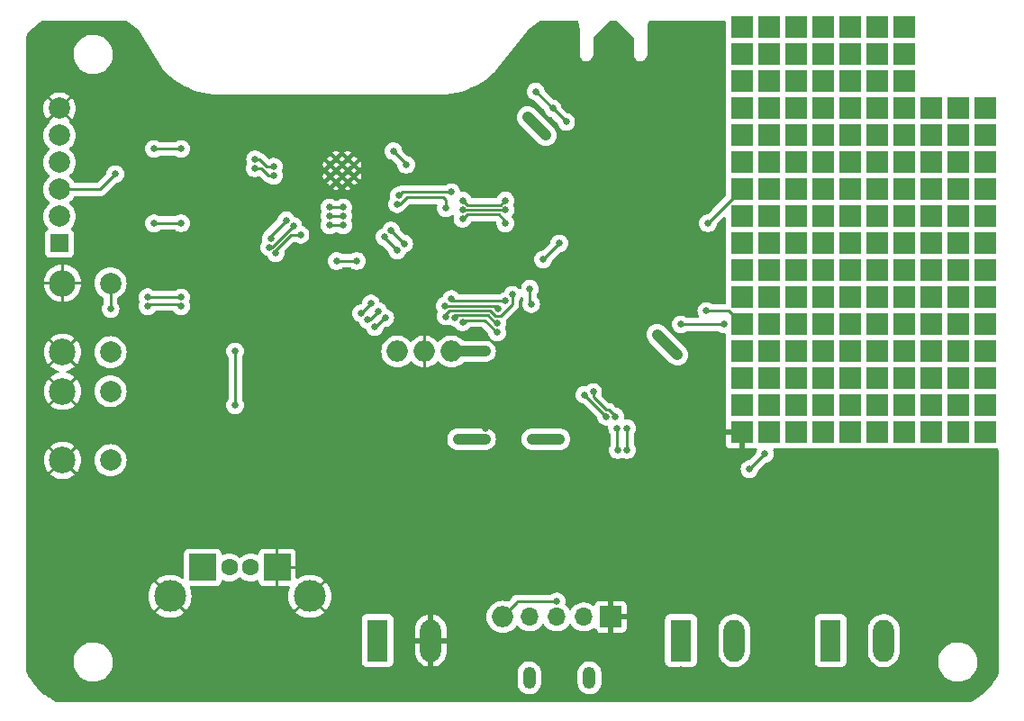
<source format=gbl>
%TF.GenerationSoftware,KiCad,Pcbnew,7.0.1*%
%TF.CreationDate,2023-04-16T19:54:37+01:00*%
%TF.ProjectId,lightweatherV3,6c696768-7477-4656-9174-68657256332e,rev?*%
%TF.SameCoordinates,Original*%
%TF.FileFunction,Copper,L2,Bot*%
%TF.FilePolarity,Positive*%
%FSLAX46Y46*%
G04 Gerber Fmt 4.6, Leading zero omitted, Abs format (unit mm)*
G04 Created by KiCad (PCBNEW 7.0.1) date 2023-04-16 19:54:37*
%MOMM*%
%LPD*%
G01*
G04 APERTURE LIST*
%TA.AperFunction,ComponentPad*%
%ADD10R,2.000000X2.000000*%
%TD*%
%TA.AperFunction,ComponentPad*%
%ADD11O,1.700000X1.700000*%
%TD*%
%TA.AperFunction,ComponentPad*%
%ADD12O,2.000000X2.000000*%
%TD*%
%TA.AperFunction,ComponentPad*%
%ADD13R,1.980000X3.960000*%
%TD*%
%TA.AperFunction,ComponentPad*%
%ADD14O,1.980000X3.960000*%
%TD*%
%TA.AperFunction,ComponentPad*%
%ADD15C,2.500000*%
%TD*%
%TA.AperFunction,ComponentPad*%
%ADD16C,2.000000*%
%TD*%
%TA.AperFunction,ComponentPad*%
%ADD17C,0.400000*%
%TD*%
%TA.AperFunction,ComponentPad*%
%ADD18O,1.200000X2.100000*%
%TD*%
%TA.AperFunction,ComponentPad*%
%ADD19R,2.500000X2.500000*%
%TD*%
%TA.AperFunction,ComponentPad*%
%ADD20C,1.600000*%
%TD*%
%TA.AperFunction,ComponentPad*%
%ADD21C,3.000000*%
%TD*%
%TA.AperFunction,ComponentPad*%
%ADD22R,1.700000X1.700000*%
%TD*%
%TA.AperFunction,ViaPad*%
%ADD23C,0.650000*%
%TD*%
%TA.AperFunction,Conductor*%
%ADD24C,0.250000*%
%TD*%
%TA.AperFunction,Conductor*%
%ADD25C,1.000000*%
%TD*%
G04 APERTURE END LIST*
D10*
X138176000Y-115138200D03*
D11*
X135636000Y-115138200D03*
X133096000Y-115138200D03*
X130556000Y-115138200D03*
D12*
X128016000Y-115138200D03*
D13*
X144790000Y-117370000D03*
D14*
X149790000Y-117370000D03*
D13*
X116270000Y-117360000D03*
D14*
X121270000Y-117360000D03*
D13*
X158850000Y-117370000D03*
D14*
X163850000Y-117370000D03*
D10*
X153035000Y-59690000D03*
X150495000Y-59690000D03*
X158115000Y-59690000D03*
X165735000Y-59690000D03*
X163195000Y-59690000D03*
X160655000Y-59690000D03*
X155575000Y-59690000D03*
X153035000Y-62230000D03*
X150495000Y-62230000D03*
X158115000Y-62230000D03*
X165735000Y-62230000D03*
X163195000Y-62230000D03*
X160655000Y-62230000D03*
X155575000Y-62230000D03*
X153035000Y-64770000D03*
X150495000Y-64770000D03*
X158115000Y-64770000D03*
X165735000Y-64770000D03*
X163195000Y-64770000D03*
X160655000Y-64770000D03*
X155575000Y-64770000D03*
X153035000Y-67310000D03*
X168275000Y-67310000D03*
X158115000Y-67310000D03*
X173355000Y-67310000D03*
X150495000Y-67310000D03*
X170815000Y-67310000D03*
X165735000Y-67310000D03*
X160655000Y-67310000D03*
X155575000Y-67310000D03*
X163195000Y-67310000D03*
X153035000Y-69850000D03*
X168275000Y-69850000D03*
X158115000Y-69850000D03*
X173355000Y-69850000D03*
X150495000Y-69850000D03*
X170815000Y-69850000D03*
X165735000Y-69850000D03*
X160655000Y-69850000D03*
X155575000Y-69850000D03*
X163195000Y-69850000D03*
X173355000Y-72390000D03*
X168275000Y-72390000D03*
X170815000Y-72390000D03*
X153035000Y-72390000D03*
X158115000Y-72390000D03*
X160655000Y-72390000D03*
X165735000Y-72390000D03*
X163195000Y-72390000D03*
X155575000Y-72390000D03*
X150495000Y-72390000D03*
D15*
X86650000Y-100405000D03*
X86650000Y-93905000D03*
D16*
X91150000Y-100405000D03*
X91150000Y-93905000D03*
D10*
X153035000Y-77470000D03*
X168275000Y-80010000D03*
X165735000Y-92710000D03*
X160655000Y-77470000D03*
X168275000Y-92710000D03*
X155575000Y-87630000D03*
X163195000Y-82550000D03*
X168275000Y-85090000D03*
X155575000Y-77470000D03*
X160655000Y-97790000D03*
X160655000Y-85090000D03*
X158115000Y-95250000D03*
X173355000Y-90170000D03*
X170815000Y-87630000D03*
X170815000Y-82550000D03*
X158115000Y-77470000D03*
X155575000Y-82550000D03*
X155575000Y-74930000D03*
X165735000Y-95250000D03*
X170815000Y-92710000D03*
D17*
X113478500Y-74250000D03*
X112378500Y-74250000D03*
X114028500Y-73700000D03*
X112928500Y-73700000D03*
X111828500Y-73700000D03*
X113478500Y-73150000D03*
X112378500Y-73150000D03*
X114028500Y-72600000D03*
X112928500Y-72600000D03*
X111828500Y-72600000D03*
X113478500Y-72050000D03*
X112378500Y-72050000D03*
D10*
X155575000Y-90170000D03*
X163195000Y-92710000D03*
X173355000Y-95250000D03*
X160655000Y-80010000D03*
X168275000Y-90170000D03*
X170815000Y-77470000D03*
X173355000Y-92710000D03*
X158115000Y-85090000D03*
X153035000Y-74930000D03*
X173355000Y-87630000D03*
X163195000Y-95250000D03*
X165735000Y-77470000D03*
X155575000Y-97790000D03*
X165735000Y-85090000D03*
X165735000Y-97790000D03*
X173355000Y-82550000D03*
X163195000Y-87630000D03*
X150495000Y-97790000D03*
X150495000Y-95250000D03*
X150495000Y-92710000D03*
X150495000Y-90170000D03*
X150495000Y-87630000D03*
X150495000Y-85090000D03*
X150495000Y-82550000D03*
X150495000Y-80010000D03*
X150495000Y-77470000D03*
X150495000Y-74930000D03*
X168275000Y-87630000D03*
X173355000Y-80010000D03*
X173355000Y-97790000D03*
X160655000Y-92710000D03*
X153035000Y-85090000D03*
X170815000Y-80010000D03*
X165735000Y-87630000D03*
X160655000Y-74930000D03*
X155575000Y-95250000D03*
D18*
X136180000Y-120870000D03*
X130520000Y-120870000D03*
D10*
X160655000Y-87630000D03*
X155575000Y-80010000D03*
X153035000Y-95250000D03*
X168275000Y-74930000D03*
X163195000Y-85090000D03*
X165735000Y-80010000D03*
X153035000Y-87630000D03*
X170815000Y-74930000D03*
X158115000Y-90170000D03*
X165735000Y-82550000D03*
X163195000Y-80010000D03*
D12*
X118125000Y-90170000D03*
X120665000Y-90170000D03*
X123205000Y-90170000D03*
D10*
X155575000Y-85090000D03*
X173355000Y-74930000D03*
X153035000Y-82550000D03*
X153035000Y-92710000D03*
X160655000Y-82550000D03*
X163195000Y-90170000D03*
X168275000Y-77470000D03*
D15*
X86650000Y-90245000D03*
X86650000Y-83745000D03*
D16*
X91150000Y-90245000D03*
X91150000Y-83745000D03*
D10*
X158115000Y-82550000D03*
X165735000Y-74930000D03*
X153035000Y-80010000D03*
X168275000Y-97790000D03*
X163195000Y-97790000D03*
X158115000Y-80010000D03*
X163195000Y-74930000D03*
X173355000Y-77470000D03*
X158115000Y-87630000D03*
D19*
X99822000Y-110490000D03*
D20*
X102322000Y-110490000D03*
X104322000Y-110490000D03*
D19*
X106822000Y-110490000D03*
D21*
X96752000Y-113200000D03*
X109892000Y-113200000D03*
D10*
X158115000Y-97790000D03*
X168275000Y-82550000D03*
X158115000Y-92710000D03*
X173355000Y-85090000D03*
X170815000Y-90170000D03*
X160655000Y-95250000D03*
X170815000Y-95250000D03*
X153035000Y-90170000D03*
X170815000Y-97790000D03*
X170815000Y-85090000D03*
X165735000Y-90170000D03*
X163195000Y-77470000D03*
X168275000Y-95250000D03*
X155575000Y-92710000D03*
X160655000Y-90170000D03*
X158115000Y-74930000D03*
X153035000Y-97790000D03*
D22*
X86360000Y-80010000D03*
D16*
X86360000Y-77470000D03*
X86360000Y-74930000D03*
X86360000Y-72390000D03*
X86360000Y-69850000D03*
X86360000Y-67310000D03*
D23*
X126365000Y-90170000D03*
X108458000Y-82042000D03*
X118111674Y-80675358D03*
X118761016Y-80026016D03*
X117524285Y-78789285D03*
X116923597Y-79389975D03*
X129540000Y-87630000D03*
X135128000Y-70866000D03*
X136652000Y-116586000D03*
X133096000Y-113687497D03*
X135128000Y-97028000D03*
X108458000Y-76835000D03*
X114808000Y-78409800D03*
X115443000Y-80899000D03*
X147955000Y-81280000D03*
X147320000Y-78105000D03*
X147167478Y-86360000D03*
X163195000Y-105410000D03*
X154686000Y-100076000D03*
X130366999Y-68136999D03*
X130810000Y-98425000D03*
X126365000Y-98425000D03*
X132080000Y-69850000D03*
X133350000Y-98425000D03*
X123825000Y-98425000D03*
X91150000Y-86189500D03*
X91607299Y-73492701D03*
X97790000Y-71120000D03*
X95250000Y-71120000D03*
X114935000Y-99695000D03*
X127635000Y-102235000D03*
X130175000Y-103505000D03*
X103124000Y-97028000D03*
X127000000Y-92075000D03*
X93345000Y-82550000D03*
X143510000Y-93980000D03*
X131591514Y-83299608D03*
X149860000Y-105410000D03*
X160020000Y-107950000D03*
X137160000Y-68106919D03*
X103124000Y-100076000D03*
X102108000Y-99060000D03*
X125984000Y-68580000D03*
X123190000Y-106045000D03*
X140335000Y-90805000D03*
X146685000Y-110490000D03*
X128905000Y-99695000D03*
X98552000Y-99060000D03*
X93980000Y-73279000D03*
X145415000Y-109220000D03*
X107950000Y-89535000D03*
X133032500Y-108585000D03*
X114300000Y-68580000D03*
X142875000Y-86360000D03*
X145415000Y-110490000D03*
X114935000Y-103505000D03*
X160020000Y-110490000D03*
X93345000Y-88265000D03*
X99568000Y-99060000D03*
X127635000Y-99695000D03*
X98552000Y-100076000D03*
X129540000Y-81915000D03*
X161290000Y-110490000D03*
X127635000Y-100965000D03*
X144145000Y-98425000D03*
X142875000Y-67564000D03*
X113665000Y-99695000D03*
X113665000Y-100965000D03*
X88900000Y-81280000D03*
X103733600Y-104140000D03*
X116205000Y-103505000D03*
X97155000Y-93980000D03*
X116205000Y-99695000D03*
X135890000Y-66675000D03*
X162560000Y-110490000D03*
X145415000Y-107950000D03*
X117475000Y-103505000D03*
X103124000Y-99060000D03*
X147955000Y-110490000D03*
X118872000Y-84074000D03*
X103124000Y-98044000D03*
X93345000Y-77639267D03*
X99568000Y-70104000D03*
X103124000Y-80264000D03*
X113665000Y-103505000D03*
X130175000Y-99695000D03*
X137160000Y-72390000D03*
X96901000Y-68326000D03*
X107315000Y-67945000D03*
X98552000Y-97028000D03*
X138747500Y-60007500D03*
X113665000Y-102235000D03*
X131445000Y-103505000D03*
X98552000Y-98044000D03*
X144145000Y-80024500D03*
X100330000Y-88265000D03*
X127635000Y-103505000D03*
X140970000Y-71755000D03*
X128905000Y-103505000D03*
X111125000Y-81915000D03*
X144780000Y-120142000D03*
X105410000Y-103835200D03*
X122009431Y-95339431D03*
X111125000Y-86360000D03*
X133350000Y-120015000D03*
X160020000Y-109220000D03*
X101092000Y-99060000D03*
X100330000Y-72390000D03*
X147955000Y-88900000D03*
X135255000Y-116840000D03*
X140970000Y-87630000D03*
X126365000Y-97400500D03*
X122936000Y-80518000D03*
X160020000Y-106680000D03*
X91440000Y-71120000D03*
X145415000Y-106680000D03*
X136525000Y-74930000D03*
X104760500Y-72102655D03*
X113044500Y-76620498D03*
X106509500Y-72796400D03*
X123190000Y-75184000D03*
X118280500Y-75500019D03*
X111745500Y-76620497D03*
X124245500Y-75985497D03*
X128289500Y-75985497D03*
X124245500Y-76835000D03*
X104700000Y-72950000D03*
X122682000Y-76708000D03*
X113044500Y-77470000D03*
X128289500Y-76835000D03*
X118070560Y-76323171D03*
X106509500Y-73645903D03*
X111745500Y-77470000D03*
X130581400Y-84277200D03*
X130692714Y-85720814D03*
X123190000Y-85230672D03*
X114715734Y-86579266D03*
X128269500Y-85430172D03*
X115634266Y-85660734D03*
X133985000Y-68580000D03*
X122583218Y-85880172D03*
X116348032Y-86374500D03*
X144780000Y-87630000D03*
X127590134Y-86176265D03*
X148844000Y-87630000D03*
X115316423Y-87179955D03*
X132715000Y-67310000D03*
X131127500Y-65722500D03*
X95222500Y-78132500D03*
X97790000Y-78105000D03*
X128289500Y-78135515D03*
X124245500Y-77684503D03*
X97790000Y-85939503D03*
X109011912Y-79202088D03*
X94615418Y-85925002D03*
X114300000Y-81661000D03*
X106684808Y-80920998D03*
X112395000Y-81661000D03*
X111731481Y-78319387D03*
X108331000Y-78359000D03*
X106043980Y-80363330D03*
X113044500Y-78319503D03*
X97790000Y-85090000D03*
X94615000Y-85075500D03*
X139700000Y-99449500D03*
X152679931Y-99796069D03*
X151231069Y-101244931D03*
X127537092Y-87475765D03*
X139700000Y-97400500D03*
X138599000Y-96299500D03*
X136525000Y-93980000D03*
X123524978Y-86979672D03*
X138850497Y-99449500D03*
X117744783Y-71341423D03*
X138781468Y-97400500D03*
X124245500Y-87429672D03*
X137749497Y-96299500D03*
X118957334Y-72602333D03*
X135686800Y-94250500D03*
X127505933Y-88394067D03*
X106235718Y-79535750D03*
X107654723Y-77844899D03*
X102870000Y-95250000D03*
X102870000Y-90170000D03*
X142557500Y-88582500D03*
X144462500Y-90487500D03*
X128919500Y-84836000D03*
X133350000Y-80010000D03*
X116983032Y-87009500D03*
X122681936Y-86875107D03*
X115951422Y-87863766D03*
X131826000Y-81534000D03*
D24*
X129390503Y-113763697D02*
X128016000Y-115138200D01*
X129390503Y-113687497D02*
X129390503Y-113763697D01*
X133096000Y-113687497D02*
X129390503Y-113687497D01*
X123190000Y-85230672D02*
X123389500Y-85430172D01*
X123389500Y-85430172D02*
X128269500Y-85430172D01*
X127294041Y-85880172D02*
X127590134Y-86176265D01*
X122583218Y-85880172D02*
X127294041Y-85880172D01*
X128919500Y-85766138D02*
X128919500Y-84836000D01*
X127859373Y-86826265D02*
X128919500Y-85766138D01*
X127321602Y-86826265D02*
X127859373Y-86826265D01*
X122681936Y-86875107D02*
X122681936Y-86700693D01*
X122681936Y-86700693D02*
X123052457Y-86330172D01*
X123052457Y-86330172D02*
X126825509Y-86330172D01*
X126825509Y-86330172D02*
X127321602Y-86826265D01*
D25*
X126365000Y-90170000D02*
X123205000Y-90170000D01*
D24*
X131127500Y-65722500D02*
X132715000Y-67310000D01*
X128219764Y-75985497D02*
X128289500Y-75985497D01*
X127820261Y-76385000D02*
X128219764Y-75985497D01*
X124315236Y-75985497D02*
X124714739Y-76385000D01*
X124245500Y-75985497D02*
X124315236Y-75985497D01*
X124714739Y-76385000D02*
X127820261Y-76385000D01*
X124315236Y-77684503D02*
X124245500Y-77684503D01*
X124714739Y-77285000D02*
X124315236Y-77684503D01*
X128289500Y-77939507D02*
X127634993Y-77285000D01*
X127634993Y-77285000D02*
X124714739Y-77285000D01*
X128289500Y-78135515D02*
X128289500Y-77939507D01*
X124245500Y-76835000D02*
X128289500Y-76835000D01*
X133985000Y-68580000D02*
X132715000Y-67310000D01*
D25*
X130366999Y-68136999D02*
X132080000Y-69850000D01*
D24*
X124421239Y-87429672D02*
X124245500Y-87429672D01*
X124602000Y-87248911D02*
X124421239Y-87429672D01*
X124602000Y-87230172D02*
X124602000Y-87248911D01*
X126342038Y-87230172D02*
X124602000Y-87230172D01*
X127505933Y-88394067D02*
X126342038Y-87230172D01*
X152679931Y-99796069D02*
X151231069Y-101244931D01*
X106326670Y-80363330D02*
X108331000Y-78359000D01*
X106043980Y-80363330D02*
X106326670Y-80363330D01*
X108124308Y-79202088D02*
X109011912Y-79202088D01*
X106684808Y-80641588D02*
X108124308Y-79202088D01*
X106684808Y-80920998D02*
X106684808Y-80641588D01*
X118376587Y-76323171D02*
X118070560Y-76323171D01*
X119007758Y-75692000D02*
X118376587Y-76323171D01*
X122428000Y-75692000D02*
X119007758Y-75692000D01*
X122682000Y-75946000D02*
X122428000Y-75692000D01*
X122682000Y-76708000D02*
X122682000Y-75946000D01*
X118596519Y-75184000D02*
X118280500Y-75500019D01*
X123190000Y-75184000D02*
X118596519Y-75184000D01*
X118957334Y-72553974D02*
X118957334Y-72602333D01*
X117744783Y-71341423D02*
X118957334Y-72553974D01*
X118111674Y-80675358D02*
X116923597Y-79487281D01*
X116923597Y-79487281D02*
X116923597Y-79389975D01*
X118761016Y-80026016D02*
X117524285Y-78789285D01*
X126639113Y-86780172D02*
X127334706Y-87475765D01*
X123724478Y-86780172D02*
X126639113Y-86780172D01*
X127334706Y-87475765D02*
X127537092Y-87475765D01*
X123524978Y-86979672D02*
X123724478Y-86780172D01*
X130581400Y-85609500D02*
X130581400Y-84277200D01*
X130692714Y-85720814D02*
X130581400Y-85609500D01*
X136525000Y-94452304D02*
X136525000Y-93980000D01*
X137722196Y-95649500D02*
X136525000Y-94452304D01*
X138018736Y-95649500D02*
X137722196Y-95649500D01*
X138599000Y-96299500D02*
X138599000Y-96229764D01*
X138599000Y-96229764D02*
X138018736Y-95649500D01*
X137735800Y-96299500D02*
X137749497Y-96299500D01*
X135686800Y-94250500D02*
X137735800Y-96299500D01*
X116047434Y-87863766D02*
X115951422Y-87863766D01*
X116983032Y-87009500D02*
X116901700Y-87009500D01*
X116901700Y-87009500D02*
X116047434Y-87863766D01*
X115542577Y-87179955D02*
X115316423Y-87179955D01*
X116348032Y-86374500D02*
X115542577Y-87179955D01*
X115634266Y-85660734D02*
X114715734Y-86579266D01*
X111731597Y-78319503D02*
X113044500Y-78319503D01*
X111731481Y-78319387D02*
X111731597Y-78319503D01*
X106030903Y-73645903D02*
X105335000Y-72950000D01*
X105335000Y-72950000D02*
X104700000Y-72950000D01*
X106509500Y-73645903D02*
X106030903Y-73645903D01*
X105124051Y-72102655D02*
X104760500Y-72102655D01*
X106509500Y-72796400D02*
X105817796Y-72796400D01*
X105817796Y-72796400D02*
X105124051Y-72102655D01*
X106235718Y-79263904D02*
X106235718Y-79535750D01*
X107654723Y-77844899D02*
X106235718Y-79263904D01*
X148844000Y-87630000D02*
X144780000Y-87630000D01*
X114300000Y-81661000D02*
X112395000Y-81661000D01*
X147320000Y-78105000D02*
X150495000Y-74930000D01*
X149225000Y-86360000D02*
X150495000Y-87630000D01*
X147167478Y-86360000D02*
X149225000Y-86360000D01*
D25*
X133350000Y-98425000D02*
X130810000Y-98425000D01*
D24*
X94629500Y-85090000D02*
X94615000Y-85075500D01*
X97790000Y-85090000D02*
X94629500Y-85090000D01*
X94815420Y-85725000D02*
X94615418Y-85925002D01*
X97575497Y-85725000D02*
X94815420Y-85725000D01*
X97790000Y-85939503D02*
X97575497Y-85725000D01*
X138781468Y-99380471D02*
X138850497Y-99449500D01*
X138781468Y-97400500D02*
X138781468Y-99380471D01*
X113044499Y-76620497D02*
X111745500Y-76620497D01*
X113044500Y-76620498D02*
X113044499Y-76620497D01*
D25*
X126365000Y-98425000D02*
X123825000Y-98425000D01*
D24*
X91150000Y-86189500D02*
X91150000Y-83745000D01*
X91607299Y-73492701D02*
X90170000Y-74930000D01*
X90170000Y-74930000D02*
X86360000Y-74930000D01*
X95250000Y-71120000D02*
X97790000Y-71120000D01*
X111745500Y-77470000D02*
X113044500Y-77470000D01*
X95250000Y-78105000D02*
X97790000Y-78105000D01*
X95222500Y-78132500D02*
X95250000Y-78105000D01*
X139700000Y-99449500D02*
X139700000Y-97400500D01*
X102870000Y-90170000D02*
X102870000Y-95250000D01*
D25*
X144462500Y-90487500D02*
X142557500Y-88582500D01*
D24*
X131826000Y-81534000D02*
X133350000Y-80010000D01*
%TA.AperFunction,Conductor*%
G36*
X92587809Y-59058611D02*
G01*
X92589587Y-59059046D01*
X92640566Y-59071520D01*
X92672176Y-59083971D01*
X92766121Y-59136582D01*
X92772211Y-59140223D01*
X92894583Y-59218184D01*
X92899133Y-59221225D01*
X93224372Y-59448959D01*
X93255048Y-59470438D01*
X93263763Y-59477124D01*
X93590128Y-59750977D01*
X93605918Y-59766818D01*
X93872150Y-60086174D01*
X93882068Y-60099838D01*
X96191934Y-63777394D01*
X96196623Y-63793591D01*
X96201838Y-63798823D01*
X96208664Y-63807331D01*
X96219146Y-63816160D01*
X96387894Y-63984908D01*
X96763016Y-64313882D01*
X97158851Y-64617616D01*
X97158857Y-64617620D01*
X97573704Y-64894813D01*
X98005796Y-65144281D01*
X98150922Y-65215848D01*
X98453281Y-65364956D01*
X98914241Y-65555891D01*
X99386701Y-65716270D01*
X99868638Y-65845405D01*
X100357990Y-65942743D01*
X100852660Y-66007868D01*
X101272967Y-66035416D01*
X101350528Y-66040500D01*
X101350531Y-66040500D01*
X101599901Y-66040500D01*
X101600000Y-66040500D01*
X101600500Y-66040500D01*
X102234901Y-66040500D01*
X102235099Y-66040500D01*
X121919500Y-66040500D01*
X121920099Y-66040500D01*
X122169469Y-66040500D01*
X122169472Y-66040500D01*
X122243203Y-66035667D01*
X122667340Y-66007868D01*
X123162010Y-65942743D01*
X123651362Y-65845405D01*
X124110052Y-65722499D01*
X130289409Y-65722499D01*
X130307723Y-65896750D01*
X130361866Y-66063384D01*
X130449467Y-66215114D01*
X130449468Y-66215116D01*
X130449470Y-66215118D01*
X130566708Y-66345323D01*
X130708454Y-66448308D01*
X130868516Y-66519572D01*
X131035396Y-66555043D01*
X131069317Y-66567558D01*
X131098290Y-66589194D01*
X131852148Y-67343052D01*
X131876779Y-67377902D01*
X131888363Y-67418976D01*
X131895223Y-67484250D01*
X131949366Y-67650884D01*
X132036967Y-67802614D01*
X132036968Y-67802616D01*
X132036970Y-67802618D01*
X132154208Y-67932823D01*
X132295954Y-68035808D01*
X132456016Y-68107072D01*
X132622896Y-68142543D01*
X132656817Y-68155058D01*
X132685790Y-68176694D01*
X133122147Y-68613051D01*
X133146777Y-68647901D01*
X133158362Y-68688974D01*
X133165223Y-68754251D01*
X133219366Y-68920884D01*
X133306967Y-69072614D01*
X133306968Y-69072616D01*
X133306970Y-69072618D01*
X133424208Y-69202823D01*
X133565954Y-69305808D01*
X133726016Y-69377072D01*
X133897396Y-69413500D01*
X134072602Y-69413500D01*
X134072604Y-69413500D01*
X134243984Y-69377072D01*
X134404046Y-69305808D01*
X134545792Y-69202823D01*
X134663030Y-69072618D01*
X134750634Y-68920882D01*
X134804777Y-68754249D01*
X134823091Y-68580000D01*
X134823056Y-68579671D01*
X134817512Y-68526919D01*
X134804777Y-68405751D01*
X134750634Y-68239118D01*
X134750633Y-68239117D01*
X134750633Y-68239115D01*
X134663032Y-68087385D01*
X134663031Y-68087384D01*
X134663030Y-68087382D01*
X134545792Y-67957177D01*
X134521182Y-67939297D01*
X134404047Y-67854193D01*
X134404046Y-67854192D01*
X134243984Y-67782928D01*
X134077106Y-67747456D01*
X134043184Y-67734942D01*
X134014211Y-67713306D01*
X133577851Y-67276946D01*
X133553220Y-67242094D01*
X133541636Y-67201019D01*
X133541608Y-67200757D01*
X133534777Y-67135751D01*
X133480634Y-66969118D01*
X133393030Y-66817382D01*
X133275792Y-66687177D01*
X133134046Y-66584192D01*
X132988907Y-66519572D01*
X132973980Y-66512926D01*
X132807107Y-66477456D01*
X132773182Y-66464941D01*
X132744209Y-66443305D01*
X131990351Y-65689447D01*
X131965720Y-65654595D01*
X131954136Y-65613520D01*
X131947277Y-65548251D01*
X131947276Y-65548249D01*
X131893134Y-65381618D01*
X131883514Y-65364956D01*
X131805532Y-65229885D01*
X131805531Y-65229884D01*
X131805530Y-65229882D01*
X131688292Y-65099677D01*
X131546546Y-64996692D01*
X131386484Y-64925428D01*
X131215104Y-64889000D01*
X131039896Y-64889000D01*
X130925642Y-64913285D01*
X130868515Y-64925428D01*
X130708453Y-64996693D01*
X130566708Y-65099676D01*
X130449467Y-65229885D01*
X130361866Y-65381615D01*
X130307723Y-65548249D01*
X130289409Y-65722499D01*
X124110052Y-65722499D01*
X124133299Y-65716270D01*
X124605759Y-65555891D01*
X125066719Y-65364956D01*
X125514203Y-65144281D01*
X125946297Y-64894812D01*
X126361149Y-64617616D01*
X126756984Y-64313882D01*
X127132106Y-63984908D01*
X127294672Y-63822341D01*
X127301688Y-63817205D01*
X127303846Y-63814455D01*
X127313894Y-63803120D01*
X127327845Y-63789168D01*
X127336515Y-63773541D01*
X127893274Y-63078388D01*
X130294856Y-60079842D01*
X130301139Y-60072589D01*
X130590113Y-59763741D01*
X130601101Y-59753330D01*
X130930277Y-59477120D01*
X130938950Y-59470466D01*
X131294924Y-59221213D01*
X131299459Y-59218184D01*
X131421799Y-59140245D01*
X131427910Y-59136592D01*
X131450677Y-59123842D01*
X131521869Y-59083973D01*
X131553469Y-59071525D01*
X131606254Y-59058609D01*
X131636193Y-59055000D01*
X135005774Y-59055000D01*
X135052627Y-59064035D01*
X135092761Y-59089844D01*
X135120419Y-59128727D01*
X135134628Y-59159890D01*
X135138676Y-59169878D01*
X135205850Y-59358433D01*
X135211317Y-59379262D01*
X135244939Y-59573825D01*
X135246664Y-59589907D01*
X135254960Y-59784233D01*
X135255075Y-59789637D01*
X135254500Y-62229500D01*
X135254500Y-62301603D01*
X135286367Y-62441221D01*
X135348500Y-62570243D01*
X135348501Y-62570244D01*
X135348502Y-62570246D01*
X135437790Y-62682210D01*
X135534713Y-62759503D01*
X135540138Y-62766977D01*
X135542231Y-62767876D01*
X135669340Y-62829087D01*
X135678780Y-62833633D01*
X135818396Y-62865500D01*
X135961603Y-62865500D01*
X135961604Y-62865500D01*
X136101220Y-62833633D01*
X136181209Y-62795112D01*
X136237768Y-62767876D01*
X136239862Y-62766976D01*
X136245287Y-62759503D01*
X136342210Y-62682210D01*
X136431498Y-62570246D01*
X136493633Y-62441220D01*
X136525500Y-62301604D01*
X136525500Y-62230000D01*
X136525500Y-62229500D01*
X136525500Y-60694190D01*
X136535091Y-60645972D01*
X136562405Y-60605095D01*
X138075595Y-59091905D01*
X138116472Y-59064591D01*
X138164690Y-59055000D01*
X138695310Y-59055000D01*
X138743528Y-59064591D01*
X138784405Y-59091905D01*
X140297595Y-60605095D01*
X140324909Y-60645972D01*
X140334500Y-60694190D01*
X140334500Y-62301603D01*
X140366367Y-62441221D01*
X140428500Y-62570243D01*
X140428501Y-62570244D01*
X140428502Y-62570246D01*
X140517790Y-62682210D01*
X140614713Y-62759503D01*
X140620138Y-62766977D01*
X140622231Y-62767876D01*
X140749340Y-62829087D01*
X140758780Y-62833633D01*
X140898396Y-62865500D01*
X141041603Y-62865500D01*
X141041604Y-62865500D01*
X141181220Y-62833633D01*
X141261209Y-62795112D01*
X141317768Y-62767876D01*
X141319862Y-62766976D01*
X141325287Y-62759503D01*
X141422210Y-62682210D01*
X141511498Y-62570246D01*
X141573633Y-62441220D01*
X141605500Y-62301604D01*
X141605500Y-62230000D01*
X141605500Y-62229500D01*
X141605500Y-59791984D01*
X141605620Y-59786488D01*
X141606479Y-59766818D01*
X141614287Y-59587976D01*
X141616078Y-59571613D01*
X141651029Y-59373397D01*
X141656713Y-59352189D01*
X141713741Y-59195504D01*
X141733876Y-59159735D01*
X141764433Y-59132341D01*
X141854864Y-59074731D01*
X141922560Y-59055000D01*
X148860500Y-59055000D01*
X148923500Y-59071881D01*
X148969619Y-59118000D01*
X148986500Y-59181000D01*
X148986500Y-60738638D01*
X148993011Y-60799200D01*
X149036563Y-60915968D01*
X149044507Y-60960000D01*
X149036563Y-61004032D01*
X148993011Y-61120799D01*
X148986500Y-61181362D01*
X148986500Y-63278638D01*
X148993011Y-63339200D01*
X149036563Y-63455968D01*
X149044507Y-63500000D01*
X149036563Y-63544032D01*
X148993011Y-63660799D01*
X148986500Y-63721362D01*
X148986500Y-65818638D01*
X148993011Y-65879201D01*
X149028487Y-65974314D01*
X149036563Y-65995967D01*
X149044507Y-66039999D01*
X149036563Y-66084031D01*
X149035744Y-66086228D01*
X148993011Y-66200799D01*
X148986500Y-66261362D01*
X148986500Y-68358638D01*
X148993011Y-68419201D01*
X149032398Y-68524801D01*
X149036563Y-68535967D01*
X149044507Y-68579999D01*
X149036563Y-68624031D01*
X148993010Y-68740799D01*
X148993011Y-68740799D01*
X148986500Y-68801362D01*
X148986500Y-70898638D01*
X148993011Y-70959201D01*
X149017251Y-71024189D01*
X149036563Y-71075967D01*
X149044507Y-71119999D01*
X149036563Y-71164031D01*
X149011047Y-71232443D01*
X148993011Y-71280799D01*
X148986500Y-71341362D01*
X148986500Y-73438638D01*
X148990049Y-73471654D01*
X148993011Y-73499200D01*
X149036563Y-73615968D01*
X149044507Y-73660000D01*
X149036563Y-73704032D01*
X148993011Y-73820799D01*
X148986500Y-73881362D01*
X148986500Y-75490406D01*
X148976909Y-75538624D01*
X148949597Y-75579498D01*
X147701382Y-76827713D01*
X147290788Y-77238307D01*
X147261815Y-77259942D01*
X147227891Y-77272457D01*
X147143273Y-77290443D01*
X147061015Y-77307928D01*
X146900953Y-77379193D01*
X146759208Y-77482176D01*
X146641967Y-77612385D01*
X146554366Y-77764115D01*
X146500223Y-77930749D01*
X146481909Y-78104999D01*
X146500223Y-78279250D01*
X146554366Y-78445884D01*
X146641967Y-78597614D01*
X146641968Y-78597616D01*
X146641970Y-78597618D01*
X146759208Y-78727823D01*
X146900954Y-78830808D01*
X147061016Y-78902072D01*
X147232396Y-78938500D01*
X147407602Y-78938500D01*
X147407604Y-78938500D01*
X147578984Y-78902072D01*
X147739046Y-78830808D01*
X147880792Y-78727823D01*
X147998030Y-78597618D01*
X148069757Y-78473382D01*
X148085633Y-78445884D01*
X148085634Y-78445882D01*
X148139777Y-78279249D01*
X148146637Y-78213971D01*
X148158220Y-78172903D01*
X148182846Y-78138057D01*
X148771407Y-77549496D01*
X148821564Y-77518761D01*
X148880211Y-77514145D01*
X148934561Y-77536658D01*
X148972767Y-77581391D01*
X148986500Y-77638594D01*
X148986500Y-78518638D01*
X148993011Y-78579201D01*
X149023292Y-78660387D01*
X149036563Y-78695967D01*
X149044507Y-78739999D01*
X149036563Y-78784031D01*
X149007735Y-78861323D01*
X148993011Y-78900799D01*
X148986500Y-78961362D01*
X148986500Y-81058638D01*
X148993011Y-81119201D01*
X149016997Y-81183509D01*
X149036563Y-81235967D01*
X149044507Y-81279999D01*
X149036563Y-81324031D01*
X149019977Y-81368500D01*
X148993011Y-81440799D01*
X148986500Y-81501362D01*
X148986500Y-83598638D01*
X148993011Y-83659201D01*
X149025013Y-83745000D01*
X149036563Y-83775967D01*
X149044507Y-83819999D01*
X149036563Y-83864031D01*
X148993011Y-83980799D01*
X148986500Y-84041362D01*
X148986500Y-85600500D01*
X148969619Y-85663500D01*
X148923500Y-85709619D01*
X148860500Y-85726500D01*
X147754514Y-85726500D01*
X147715578Y-85720333D01*
X147680453Y-85702436D01*
X147654210Y-85683369D01*
X147586524Y-85634192D01*
X147426462Y-85562928D01*
X147255082Y-85526500D01*
X147079874Y-85526500D01*
X146985476Y-85546565D01*
X146908493Y-85562928D01*
X146824106Y-85600500D01*
X146763062Y-85627679D01*
X146748431Y-85634193D01*
X146606686Y-85737176D01*
X146489445Y-85867385D01*
X146401844Y-86019115D01*
X146347701Y-86185749D01*
X146329387Y-86360000D01*
X146347701Y-86534250D01*
X146401843Y-86700882D01*
X146463399Y-86807500D01*
X146480280Y-86870500D01*
X146463399Y-86933500D01*
X146417280Y-86979619D01*
X146354280Y-86996500D01*
X145367036Y-86996500D01*
X145328100Y-86990333D01*
X145292975Y-86972436D01*
X145199046Y-86904192D01*
X145038984Y-86832928D01*
X144867604Y-86796500D01*
X144692396Y-86796500D01*
X144617955Y-86812323D01*
X144521015Y-86832928D01*
X144360953Y-86904193D01*
X144219208Y-87007176D01*
X144101967Y-87137385D01*
X144014366Y-87289115D01*
X143960223Y-87455749D01*
X143941909Y-87630000D01*
X143960223Y-87804250D01*
X144014366Y-87970884D01*
X144101967Y-88122614D01*
X144101968Y-88122616D01*
X144101970Y-88122618D01*
X144219208Y-88252823D01*
X144360954Y-88355808D01*
X144521016Y-88427072D01*
X144692396Y-88463500D01*
X144867602Y-88463500D01*
X144867604Y-88463500D01*
X145038984Y-88427072D01*
X145199046Y-88355808D01*
X145292975Y-88287563D01*
X145328100Y-88269667D01*
X145367036Y-88263500D01*
X148256964Y-88263500D01*
X148295900Y-88269667D01*
X148331024Y-88287563D01*
X148424954Y-88355808D01*
X148585016Y-88427072D01*
X148756396Y-88463500D01*
X148756398Y-88463500D01*
X148860500Y-88463500D01*
X148923500Y-88480381D01*
X148969619Y-88526500D01*
X148986500Y-88589500D01*
X148986500Y-88678638D01*
X148993011Y-88739201D01*
X149036563Y-88855967D01*
X149044507Y-88899999D01*
X149036563Y-88944031D01*
X148993011Y-89060799D01*
X148986500Y-89121362D01*
X148986500Y-91218638D01*
X148993011Y-91279200D01*
X149036563Y-91395968D01*
X149044507Y-91440000D01*
X149036563Y-91484032D01*
X148993011Y-91600799D01*
X148986500Y-91661362D01*
X148986500Y-93758638D01*
X148993011Y-93819200D01*
X149036563Y-93935968D01*
X149044507Y-93980000D01*
X149036563Y-94024032D01*
X148993011Y-94140799D01*
X148986500Y-94201362D01*
X148986500Y-96298638D01*
X148991791Y-96347857D01*
X148993011Y-96359200D01*
X149036829Y-96476683D01*
X149044773Y-96520715D01*
X149036829Y-96564746D01*
X148993505Y-96680904D01*
X148987000Y-96741411D01*
X148987000Y-97536000D01*
X150623000Y-97536000D01*
X150686000Y-97552881D01*
X150732119Y-97599000D01*
X150749000Y-97662000D01*
X150749000Y-99298000D01*
X151543589Y-99298000D01*
X151604095Y-99291494D01*
X151720251Y-99248170D01*
X151764284Y-99240225D01*
X151808312Y-99248168D01*
X151854300Y-99265321D01*
X151899889Y-99294811D01*
X151928836Y-99340750D01*
X151935764Y-99394605D01*
X151919385Y-99446374D01*
X151914296Y-99455188D01*
X151860154Y-99621818D01*
X151853294Y-99687090D01*
X151841710Y-99728163D01*
X151817080Y-99763013D01*
X151201857Y-100378237D01*
X151172883Y-100399873D01*
X151138958Y-100412389D01*
X150972084Y-100447859D01*
X150812022Y-100519124D01*
X150670277Y-100622107D01*
X150553036Y-100752316D01*
X150465435Y-100904046D01*
X150411292Y-101070680D01*
X150392978Y-101244930D01*
X150411292Y-101419181D01*
X150465435Y-101585815D01*
X150553036Y-101737545D01*
X150553037Y-101737547D01*
X150553039Y-101737549D01*
X150670277Y-101867754D01*
X150812023Y-101970739D01*
X150972085Y-102042003D01*
X151143465Y-102078431D01*
X151318671Y-102078431D01*
X151318673Y-102078431D01*
X151490053Y-102042003D01*
X151650115Y-101970739D01*
X151791861Y-101867754D01*
X151909099Y-101737549D01*
X151996703Y-101585813D01*
X152050846Y-101419180D01*
X152057706Y-101353907D01*
X152069290Y-101312833D01*
X152093921Y-101277982D01*
X152301223Y-101070680D01*
X152709144Y-100662759D01*
X152738114Y-100641126D01*
X152772030Y-100628613D01*
X152938915Y-100593141D01*
X153098977Y-100521877D01*
X153240723Y-100418892D01*
X153357961Y-100288687D01*
X153423421Y-100175306D01*
X153445564Y-100136953D01*
X153466564Y-100072323D01*
X153499708Y-99970318D01*
X153518022Y-99796069D01*
X153499708Y-99621820D01*
X153482628Y-99569255D01*
X153448246Y-99463436D01*
X153443630Y-99404789D01*
X153466143Y-99350439D01*
X153510876Y-99312233D01*
X153568079Y-99298500D01*
X154083638Y-99298500D01*
X154144201Y-99291989D01*
X154260967Y-99248436D01*
X154305000Y-99240492D01*
X154349032Y-99248436D01*
X154465799Y-99291989D01*
X154526362Y-99298500D01*
X156623638Y-99298500D01*
X156684201Y-99291989D01*
X156800967Y-99248436D01*
X156845000Y-99240492D01*
X156889032Y-99248436D01*
X157005799Y-99291989D01*
X157066362Y-99298500D01*
X159163638Y-99298500D01*
X159224201Y-99291989D01*
X159340967Y-99248436D01*
X159385000Y-99240492D01*
X159429032Y-99248436D01*
X159545799Y-99291989D01*
X159606362Y-99298500D01*
X161703638Y-99298500D01*
X161764201Y-99291989D01*
X161880967Y-99248436D01*
X161925000Y-99240492D01*
X161969032Y-99248436D01*
X162085799Y-99291989D01*
X162146362Y-99298500D01*
X164243638Y-99298500D01*
X164304201Y-99291989D01*
X164420967Y-99248436D01*
X164465000Y-99240492D01*
X164509032Y-99248436D01*
X164625799Y-99291989D01*
X164686362Y-99298500D01*
X166783638Y-99298500D01*
X166844201Y-99291989D01*
X166960967Y-99248436D01*
X167005000Y-99240492D01*
X167049032Y-99248436D01*
X167165799Y-99291989D01*
X167226362Y-99298500D01*
X169323638Y-99298500D01*
X169384201Y-99291989D01*
X169500967Y-99248436D01*
X169545000Y-99240492D01*
X169589032Y-99248436D01*
X169705799Y-99291989D01*
X169766362Y-99298500D01*
X171863638Y-99298500D01*
X171924201Y-99291989D01*
X172040967Y-99248436D01*
X172085000Y-99240492D01*
X172129032Y-99248436D01*
X172245799Y-99291989D01*
X172306362Y-99298500D01*
X174403638Y-99298500D01*
X174464201Y-99291989D01*
X174464202Y-99291988D01*
X174479936Y-99290297D01*
X174480172Y-99292495D01*
X174514700Y-99288470D01*
X174570859Y-99309988D01*
X174610647Y-99355085D01*
X174625000Y-99413488D01*
X174625000Y-120365668D01*
X174621345Y-120395794D01*
X174551132Y-120680936D01*
X174537934Y-120713762D01*
X174380106Y-120987405D01*
X174377481Y-120991751D01*
X174342047Y-121047838D01*
X174339250Y-121052074D01*
X174071614Y-121440147D01*
X174065519Y-121448265D01*
X173769107Y-121811580D01*
X173762377Y-121819181D01*
X173437672Y-122157462D01*
X173430367Y-122164484D01*
X173079497Y-122475516D01*
X173071636Y-122481938D01*
X172696881Y-122763706D01*
X172688528Y-122769475D01*
X172290139Y-123021531D01*
X172285795Y-123024158D01*
X172222959Y-123060455D01*
X172220079Y-123062069D01*
X172041510Y-123159071D01*
X172009064Y-123171270D01*
X171946825Y-123185294D01*
X171939620Y-123186918D01*
X171911924Y-123190000D01*
X86230606Y-123190000D01*
X86203482Y-123187046D01*
X86190380Y-123184157D01*
X86090781Y-123162202D01*
X86058786Y-123150425D01*
X85854270Y-123041760D01*
X85851570Y-123040283D01*
X85820680Y-123022890D01*
X85789070Y-123005091D01*
X85784794Y-123002572D01*
X85402132Y-122766766D01*
X85365055Y-122743918D01*
X85356813Y-122738378D01*
X84960807Y-122448940D01*
X84953021Y-122442764D01*
X84581032Y-122122993D01*
X84573756Y-122116222D01*
X84228140Y-121768140D01*
X84221422Y-121760817D01*
X83904334Y-121386602D01*
X83898213Y-121378773D01*
X83893918Y-121372808D01*
X129411500Y-121372808D01*
X129426580Y-121530737D01*
X129486222Y-121733861D01*
X129583230Y-121922028D01*
X129651110Y-122008344D01*
X129714092Y-122088432D01*
X129874082Y-122227065D01*
X130057418Y-122332913D01*
X130257473Y-122402153D01*
X130362244Y-122417216D01*
X130467014Y-122432281D01*
X130467015Y-122432280D01*
X130467016Y-122432281D01*
X130678474Y-122422208D01*
X130884204Y-122372298D01*
X131076771Y-122284356D01*
X131076771Y-122284355D01*
X131076775Y-122284354D01*
X131249211Y-122161563D01*
X131253121Y-122157462D01*
X131395303Y-122008346D01*
X131509756Y-121830254D01*
X131537555Y-121760817D01*
X131588435Y-121633724D01*
X131608285Y-121530737D01*
X131628500Y-121425849D01*
X131628500Y-121372808D01*
X135071500Y-121372808D01*
X135086580Y-121530737D01*
X135146222Y-121733861D01*
X135243230Y-121922028D01*
X135311110Y-122008344D01*
X135374092Y-122088432D01*
X135534082Y-122227065D01*
X135717418Y-122332913D01*
X135917473Y-122402153D01*
X136022244Y-122417216D01*
X136127014Y-122432281D01*
X136127015Y-122432280D01*
X136127016Y-122432281D01*
X136338474Y-122422208D01*
X136544204Y-122372298D01*
X136736771Y-122284356D01*
X136736771Y-122284355D01*
X136736775Y-122284354D01*
X136909211Y-122161563D01*
X136913121Y-122157462D01*
X137055303Y-122008346D01*
X137169756Y-121830254D01*
X137197555Y-121760817D01*
X137248435Y-121633724D01*
X137268285Y-121530737D01*
X137288500Y-121425849D01*
X137288500Y-120367197D01*
X137286531Y-120346579D01*
X137273419Y-120209262D01*
X137243003Y-120105675D01*
X137213777Y-120006138D01*
X137116771Y-119817974D01*
X137103334Y-119800888D01*
X137053085Y-119736991D01*
X136985908Y-119651568D01*
X136825918Y-119512935D01*
X136642581Y-119407086D01*
X136618172Y-119398638D01*
X143291500Y-119398638D01*
X143298011Y-119459201D01*
X143318053Y-119512935D01*
X143349111Y-119596205D01*
X143436738Y-119713261D01*
X143553794Y-119800888D01*
X143553795Y-119800888D01*
X143553796Y-119800889D01*
X143690799Y-119851989D01*
X143751362Y-119858500D01*
X145828638Y-119858500D01*
X145889201Y-119851989D01*
X146026204Y-119800889D01*
X146143261Y-119713261D01*
X146230889Y-119596204D01*
X146281989Y-119459201D01*
X146288500Y-119398638D01*
X146288500Y-118421981D01*
X148291500Y-118421981D01*
X148306872Y-118607490D01*
X148367835Y-118848230D01*
X148367837Y-118848234D01*
X148467592Y-119075652D01*
X148603420Y-119283553D01*
X148771611Y-119466257D01*
X148771615Y-119466261D01*
X148967589Y-119618794D01*
X149185996Y-119736990D01*
X149420879Y-119817625D01*
X149665831Y-119858500D01*
X149914166Y-119858500D01*
X149914169Y-119858500D01*
X150159121Y-119817625D01*
X150394004Y-119736990D01*
X150612411Y-119618794D01*
X150808385Y-119466261D01*
X150870636Y-119398638D01*
X157351500Y-119398638D01*
X157358011Y-119459201D01*
X157378053Y-119512935D01*
X157409111Y-119596205D01*
X157496738Y-119713261D01*
X157613794Y-119800888D01*
X157613795Y-119800888D01*
X157613796Y-119800889D01*
X157750799Y-119851989D01*
X157811362Y-119858500D01*
X159888638Y-119858500D01*
X159949201Y-119851989D01*
X160086204Y-119800889D01*
X160203261Y-119713261D01*
X160290889Y-119596204D01*
X160341989Y-119459201D01*
X160348500Y-119398638D01*
X160348500Y-118421981D01*
X162351500Y-118421981D01*
X162366872Y-118607490D01*
X162427835Y-118848230D01*
X162427837Y-118848234D01*
X162527592Y-119075652D01*
X162663420Y-119283553D01*
X162831611Y-119466257D01*
X162831615Y-119466261D01*
X163027589Y-119618794D01*
X163245996Y-119736990D01*
X163480879Y-119817625D01*
X163725831Y-119858500D01*
X163974166Y-119858500D01*
X163974169Y-119858500D01*
X164219121Y-119817625D01*
X164454004Y-119736990D01*
X164672411Y-119618794D01*
X164868385Y-119466261D01*
X164885411Y-119447766D01*
X168960787Y-119447766D01*
X168990413Y-119717015D01*
X169009726Y-119790888D01*
X169058928Y-119979088D01*
X169164870Y-120228390D01*
X169305982Y-120459610D01*
X169479255Y-120667820D01*
X169479256Y-120667821D01*
X169479258Y-120667823D01*
X169680993Y-120848578D01*
X169680995Y-120848579D01*
X169680998Y-120848582D01*
X169906910Y-120998044D01*
X170039104Y-121060014D01*
X170152171Y-121113018D01*
X170152173Y-121113018D01*
X170152176Y-121113020D01*
X170411569Y-121191060D01*
X170411572Y-121191060D01*
X170411574Y-121191061D01*
X170679558Y-121230500D01*
X170679561Y-121230500D01*
X170882630Y-121230500D01*
X170882631Y-121230500D01*
X171085156Y-121215677D01*
X171349553Y-121156780D01*
X171602558Y-121060014D01*
X171838777Y-120927441D01*
X172053177Y-120761888D01*
X172241186Y-120566881D01*
X172398799Y-120346579D01*
X172522656Y-120105675D01*
X172610118Y-119849305D01*
X172659319Y-119582933D01*
X172669212Y-119312235D01*
X172669143Y-119311611D01*
X172643181Y-119075652D01*
X172639586Y-119042982D01*
X172571072Y-118780912D01*
X172465130Y-118531610D01*
X172324018Y-118300390D01*
X172150745Y-118092180D01*
X172045759Y-117998112D01*
X171949006Y-117911421D01*
X171949003Y-117911419D01*
X171949002Y-117911418D01*
X171723090Y-117761956D01*
X171723086Y-117761954D01*
X171477828Y-117646981D01*
X171218425Y-117568938D01*
X170950442Y-117529500D01*
X170950439Y-117529500D01*
X170747369Y-117529500D01*
X170713614Y-117531970D01*
X170544839Y-117544323D01*
X170280449Y-117603219D01*
X170027441Y-117699985D01*
X169791225Y-117832557D01*
X169576820Y-117998114D01*
X169388815Y-118193117D01*
X169231200Y-118413422D01*
X169107342Y-118654328D01*
X169019882Y-118910693D01*
X168970681Y-119177065D01*
X168960787Y-119447766D01*
X164885411Y-119447766D01*
X165036580Y-119283552D01*
X165172408Y-119075652D01*
X165272165Y-118848230D01*
X165333128Y-118607490D01*
X165348500Y-118421981D01*
X165348500Y-116318019D01*
X165333128Y-116132510D01*
X165272165Y-115891770D01*
X165172408Y-115664348D01*
X165036580Y-115456448D01*
X165036579Y-115456446D01*
X164868388Y-115273742D01*
X164868387Y-115273741D01*
X164868385Y-115273739D01*
X164672411Y-115121206D01*
X164454004Y-115003010D01*
X164454003Y-115003009D01*
X164454000Y-115003008D01*
X164297415Y-114949253D01*
X164219121Y-114922375D01*
X163974169Y-114881500D01*
X163725831Y-114881500D01*
X163480879Y-114922375D01*
X163480876Y-114922375D01*
X163480876Y-114922376D01*
X163245999Y-115003008D01*
X163027587Y-115121207D01*
X162831611Y-115273742D01*
X162663420Y-115456446D01*
X162527592Y-115664347D01*
X162457050Y-115825166D01*
X162427835Y-115891770D01*
X162366872Y-116132510D01*
X162351500Y-116318019D01*
X162351500Y-118421981D01*
X160348500Y-118421981D01*
X160348500Y-115341362D01*
X160341989Y-115280799D01*
X160290889Y-115143796D01*
X160286700Y-115138200D01*
X160203261Y-115026738D01*
X160086205Y-114939111D01*
X160015831Y-114912863D01*
X159949201Y-114888011D01*
X159888638Y-114881500D01*
X157811362Y-114881500D01*
X157750799Y-114888011D01*
X157613794Y-114939111D01*
X157496738Y-115026738D01*
X157409111Y-115143794D01*
X157385164Y-115208000D01*
X157358011Y-115280799D01*
X157351500Y-115341362D01*
X157351500Y-119398638D01*
X150870636Y-119398638D01*
X150976580Y-119283552D01*
X151112408Y-119075652D01*
X151212165Y-118848230D01*
X151273128Y-118607490D01*
X151288500Y-118421981D01*
X151288500Y-116318019D01*
X151273128Y-116132510D01*
X151212165Y-115891770D01*
X151112408Y-115664348D01*
X150976580Y-115456448D01*
X150976579Y-115456446D01*
X150808388Y-115273742D01*
X150808387Y-115273741D01*
X150808385Y-115273739D01*
X150612411Y-115121206D01*
X150394004Y-115003010D01*
X150394003Y-115003009D01*
X150394000Y-115003008D01*
X150237415Y-114949253D01*
X150159121Y-114922375D01*
X149914169Y-114881500D01*
X149665831Y-114881500D01*
X149420879Y-114922375D01*
X149420876Y-114922375D01*
X149420876Y-114922376D01*
X149185999Y-115003008D01*
X148967587Y-115121207D01*
X148771611Y-115273742D01*
X148603420Y-115456446D01*
X148467592Y-115664347D01*
X148397050Y-115825166D01*
X148367835Y-115891770D01*
X148306872Y-116132510D01*
X148291500Y-116318019D01*
X148291500Y-118421981D01*
X146288500Y-118421981D01*
X146288500Y-115341362D01*
X146281989Y-115280799D01*
X146230889Y-115143796D01*
X146226700Y-115138200D01*
X146143261Y-115026738D01*
X146026205Y-114939111D01*
X145955831Y-114912863D01*
X145889201Y-114888011D01*
X145828638Y-114881500D01*
X143751362Y-114881500D01*
X143690799Y-114888011D01*
X143553794Y-114939111D01*
X143436738Y-115026738D01*
X143349111Y-115143794D01*
X143325164Y-115208000D01*
X143298011Y-115280799D01*
X143291500Y-115341362D01*
X143291500Y-119398638D01*
X136618172Y-119398638D01*
X136442524Y-119337846D01*
X136232985Y-119307718D01*
X136021527Y-119317791D01*
X135815797Y-119367701D01*
X135623224Y-119455645D01*
X135450788Y-119578436D01*
X135304696Y-119731655D01*
X135190241Y-119909749D01*
X135111564Y-120106275D01*
X135071500Y-120314151D01*
X135071500Y-121372808D01*
X131628500Y-121372808D01*
X131628500Y-120367197D01*
X131626531Y-120346579D01*
X131613419Y-120209262D01*
X131583003Y-120105675D01*
X131553777Y-120006138D01*
X131456771Y-119817974D01*
X131443334Y-119800888D01*
X131393085Y-119736991D01*
X131325908Y-119651568D01*
X131165918Y-119512935D01*
X130982581Y-119407086D01*
X130782524Y-119337846D01*
X130572985Y-119307718D01*
X130361527Y-119317791D01*
X130155797Y-119367701D01*
X129963224Y-119455645D01*
X129790788Y-119578436D01*
X129644696Y-119731655D01*
X129530241Y-119909749D01*
X129451564Y-120106275D01*
X129411500Y-120314151D01*
X129411500Y-121372808D01*
X83893918Y-121372808D01*
X83611577Y-120980696D01*
X83606093Y-120972408D01*
X83429324Y-120680936D01*
X83350434Y-120550855D01*
X83347949Y-120546569D01*
X83313179Y-120483777D01*
X83311722Y-120481069D01*
X83300515Y-120459610D01*
X83213119Y-120292267D01*
X83201666Y-120260631D01*
X83187857Y-120196912D01*
X83185000Y-120170228D01*
X83185000Y-119447766D01*
X87680787Y-119447766D01*
X87710413Y-119717015D01*
X87729726Y-119790888D01*
X87778928Y-119979088D01*
X87884870Y-120228390D01*
X88025982Y-120459610D01*
X88199255Y-120667820D01*
X88199256Y-120667821D01*
X88199258Y-120667823D01*
X88400993Y-120848578D01*
X88400995Y-120848579D01*
X88400998Y-120848582D01*
X88626910Y-120998044D01*
X88759104Y-121060014D01*
X88872171Y-121113018D01*
X88872173Y-121113018D01*
X88872176Y-121113020D01*
X89131569Y-121191060D01*
X89131572Y-121191060D01*
X89131574Y-121191061D01*
X89399558Y-121230500D01*
X89399561Y-121230500D01*
X89602630Y-121230500D01*
X89602631Y-121230500D01*
X89805156Y-121215677D01*
X90069553Y-121156780D01*
X90322558Y-121060014D01*
X90558777Y-120927441D01*
X90773177Y-120761888D01*
X90961186Y-120566881D01*
X91118799Y-120346579D01*
X91242656Y-120105675D01*
X91330118Y-119849305D01*
X91379319Y-119582933D01*
X91386420Y-119388638D01*
X114771500Y-119388638D01*
X114778011Y-119449201D01*
X114781741Y-119459201D01*
X114829111Y-119586205D01*
X114916738Y-119703261D01*
X115033794Y-119790888D01*
X115033795Y-119790888D01*
X115033796Y-119790889D01*
X115170799Y-119841989D01*
X115231362Y-119848500D01*
X117308638Y-119848500D01*
X117369201Y-119841989D01*
X117506204Y-119790889D01*
X117623261Y-119703261D01*
X117710889Y-119586204D01*
X117761989Y-119449201D01*
X117768500Y-119388638D01*
X117768500Y-117614000D01*
X119772000Y-117614000D01*
X119772000Y-118411953D01*
X119787368Y-118597412D01*
X119848310Y-118838068D01*
X119948030Y-119065408D01*
X120083819Y-119273247D01*
X120251951Y-119455888D01*
X120447865Y-119608374D01*
X120666198Y-119726530D01*
X120900999Y-119807136D01*
X121016000Y-119826327D01*
X121016000Y-117614000D01*
X121524000Y-117614000D01*
X121524000Y-119826327D01*
X121639000Y-119807136D01*
X121873801Y-119726530D01*
X122092134Y-119608374D01*
X122288048Y-119455888D01*
X122456180Y-119273247D01*
X122591969Y-119065408D01*
X122691689Y-118838068D01*
X122752631Y-118597412D01*
X122768000Y-118411953D01*
X122768000Y-117614000D01*
X121524000Y-117614000D01*
X121016000Y-117614000D01*
X119772000Y-117614000D01*
X117768500Y-117614000D01*
X117768500Y-117106000D01*
X119772000Y-117106000D01*
X121016000Y-117106000D01*
X121016000Y-114893673D01*
X121524000Y-114893673D01*
X121524000Y-117106000D01*
X122768000Y-117106000D01*
X122768000Y-116308047D01*
X122752631Y-116122587D01*
X122691689Y-115881931D01*
X122591969Y-115654591D01*
X122456180Y-115446752D01*
X122288048Y-115264111D01*
X122126278Y-115138200D01*
X126502835Y-115138200D01*
X126521464Y-115374911D01*
X126576895Y-115605794D01*
X126667761Y-115825166D01*
X126791823Y-116027615D01*
X126946030Y-116208169D01*
X127126584Y-116362376D01*
X127329033Y-116486438D01*
X127329035Y-116486438D01*
X127329037Y-116486440D01*
X127548406Y-116577305D01*
X127723858Y-116619427D01*
X127779288Y-116632735D01*
X127796558Y-116634094D01*
X128016000Y-116651365D01*
X128252711Y-116632735D01*
X128483594Y-116577305D01*
X128702963Y-116486440D01*
X128905416Y-116362376D01*
X129085969Y-116208169D01*
X129240176Y-116027616D01*
X129268850Y-115980823D01*
X129313921Y-115937173D01*
X129374457Y-115920672D01*
X129435446Y-115935413D01*
X129472042Y-115968857D01*
X129473207Y-115967786D01*
X129480276Y-115975464D01*
X129480278Y-115975468D01*
X129615712Y-116122587D01*
X129632762Y-116141108D01*
X129780758Y-116256299D01*
X129810424Y-116279389D01*
X130008426Y-116386542D01*
X130221365Y-116459644D01*
X130443431Y-116496700D01*
X130668566Y-116496700D01*
X130668569Y-116496700D01*
X130890635Y-116459644D01*
X131103574Y-116386542D01*
X131301576Y-116279389D01*
X131479240Y-116141106D01*
X131631722Y-115975468D01*
X131720518Y-115839554D01*
X131766031Y-115797658D01*
X131826000Y-115782472D01*
X131885969Y-115797658D01*
X131931481Y-115839554D01*
X131984478Y-115920672D01*
X132020278Y-115975468D01*
X132172762Y-116141108D01*
X132320758Y-116256299D01*
X132350424Y-116279389D01*
X132548426Y-116386542D01*
X132761365Y-116459644D01*
X132983431Y-116496700D01*
X133208566Y-116496700D01*
X133208569Y-116496700D01*
X133430635Y-116459644D01*
X133643574Y-116386542D01*
X133841576Y-116279389D01*
X134019240Y-116141106D01*
X134171722Y-115975468D01*
X134260518Y-115839554D01*
X134306031Y-115797658D01*
X134366000Y-115782472D01*
X134425969Y-115797658D01*
X134471481Y-115839554D01*
X134524478Y-115920672D01*
X134560278Y-115975468D01*
X134712762Y-116141108D01*
X134860758Y-116256299D01*
X134890424Y-116279389D01*
X135088426Y-116386542D01*
X135301365Y-116459644D01*
X135523431Y-116496700D01*
X135748566Y-116496700D01*
X135748569Y-116496700D01*
X135970635Y-116459644D01*
X136183574Y-116386542D01*
X136381576Y-116279389D01*
X136482419Y-116200898D01*
X136535690Y-116176661D01*
X136594169Y-116179107D01*
X136645232Y-116207710D01*
X136677864Y-116256299D01*
X136725554Y-116384162D01*
X136813095Y-116501104D01*
X136930037Y-116588645D01*
X137066906Y-116639694D01*
X137127411Y-116646200D01*
X137922000Y-116646200D01*
X137922000Y-115392200D01*
X138430000Y-115392200D01*
X138430000Y-116646200D01*
X139224589Y-116646200D01*
X139285093Y-116639694D01*
X139421962Y-116588645D01*
X139538904Y-116501104D01*
X139626445Y-116384162D01*
X139677494Y-116247293D01*
X139684000Y-116186789D01*
X139684000Y-115392200D01*
X138430000Y-115392200D01*
X137922000Y-115392200D01*
X137922000Y-113630200D01*
X138430000Y-113630200D01*
X138430000Y-114884200D01*
X139684000Y-114884200D01*
X139684000Y-114089611D01*
X139677494Y-114029106D01*
X139626445Y-113892237D01*
X139538904Y-113775295D01*
X139421962Y-113687754D01*
X139285093Y-113636705D01*
X139224589Y-113630200D01*
X138430000Y-113630200D01*
X137922000Y-113630200D01*
X137127411Y-113630200D01*
X137066906Y-113636705D01*
X136930037Y-113687754D01*
X136813095Y-113775295D01*
X136725554Y-113892237D01*
X136677864Y-114020100D01*
X136645232Y-114068689D01*
X136594169Y-114097292D01*
X136535691Y-114099738D01*
X136482417Y-114075499D01*
X136381578Y-113997012D01*
X136183573Y-113889857D01*
X136039427Y-113840372D01*
X135970635Y-113816756D01*
X135748569Y-113779700D01*
X135523431Y-113779700D01*
X135301365Y-113816756D01*
X135301362Y-113816756D01*
X135301362Y-113816757D01*
X135088426Y-113889857D01*
X134890421Y-113997012D01*
X134712762Y-114135291D01*
X134560278Y-114300931D01*
X134471483Y-114436843D01*
X134425969Y-114478741D01*
X134366000Y-114493927D01*
X134306031Y-114478741D01*
X134260517Y-114436843D01*
X134171721Y-114300931D01*
X134019237Y-114135291D01*
X133935478Y-114070098D01*
X133902387Y-114031245D01*
X133887422Y-113982454D01*
X133893035Y-113931737D01*
X133915777Y-113861746D01*
X133934091Y-113687497D01*
X133915777Y-113513248D01*
X133861634Y-113346615D01*
X133861633Y-113346614D01*
X133861633Y-113346612D01*
X133774032Y-113194882D01*
X133774031Y-113194881D01*
X133774030Y-113194879D01*
X133656792Y-113064674D01*
X133650733Y-113060272D01*
X133515047Y-112961690D01*
X133515046Y-112961689D01*
X133354984Y-112890425D01*
X133183604Y-112853997D01*
X133008396Y-112853997D01*
X132894142Y-112878282D01*
X132837015Y-112890425D01*
X132676953Y-112961690D01*
X132583025Y-113029933D01*
X132547900Y-113047830D01*
X132508964Y-113053997D01*
X129462296Y-113053997D01*
X129438687Y-113051765D01*
X129435327Y-113051124D01*
X129430594Y-113050221D01*
X129374552Y-113053748D01*
X129366640Y-113053997D01*
X129350642Y-113053997D01*
X129334778Y-113056000D01*
X129326907Y-113056744D01*
X129270851Y-113060271D01*
X129263010Y-113062819D01*
X129239879Y-113067990D01*
X129231706Y-113069022D01*
X129179507Y-113089689D01*
X129172065Y-113092368D01*
X129118629Y-113109731D01*
X129111662Y-113114153D01*
X129090541Y-113124914D01*
X129082888Y-113127944D01*
X129082887Y-113127944D01*
X129082886Y-113127945D01*
X129053098Y-113149585D01*
X129037458Y-113160949D01*
X129030917Y-113165393D01*
X128983487Y-113195494D01*
X128977839Y-113201509D01*
X128960061Y-113217182D01*
X128953394Y-113222025D01*
X128917600Y-113265293D01*
X128912369Y-113271227D01*
X128873914Y-113312178D01*
X128869945Y-113319398D01*
X128856624Y-113339000D01*
X128851371Y-113345349D01*
X128827450Y-113396182D01*
X128823859Y-113403229D01*
X128794397Y-113456822D01*
X128773076Y-113485218D01*
X128594459Y-113663835D01*
X128539566Y-113696009D01*
X128475950Y-113697259D01*
X128252711Y-113643665D01*
X128016000Y-113625035D01*
X127779288Y-113643664D01*
X127548405Y-113699095D01*
X127329033Y-113789961D01*
X127126584Y-113914023D01*
X126946030Y-114068230D01*
X126791823Y-114248784D01*
X126667761Y-114451233D01*
X126576895Y-114670605D01*
X126521464Y-114901488D01*
X126502835Y-115138200D01*
X122126278Y-115138200D01*
X122092134Y-115111625D01*
X121873801Y-114993469D01*
X121639000Y-114912863D01*
X121524000Y-114893673D01*
X121016000Y-114893673D01*
X120900999Y-114912863D01*
X120666198Y-114993469D01*
X120447865Y-115111625D01*
X120251951Y-115264111D01*
X120083819Y-115446752D01*
X119948030Y-115654591D01*
X119848310Y-115881931D01*
X119787368Y-116122587D01*
X119772000Y-116308047D01*
X119772000Y-117106000D01*
X117768500Y-117106000D01*
X117768500Y-115331362D01*
X117761989Y-115270799D01*
X117710889Y-115133796D01*
X117701465Y-115121207D01*
X117623261Y-115016738D01*
X117506205Y-114929111D01*
X117411192Y-114893673D01*
X117369201Y-114878011D01*
X117308638Y-114871500D01*
X115231362Y-114871500D01*
X115170799Y-114878011D01*
X115033794Y-114929111D01*
X114916738Y-115016738D01*
X114829111Y-115133794D01*
X114778011Y-115270798D01*
X114778011Y-115270799D01*
X114771500Y-115331362D01*
X114771500Y-119388638D01*
X91386420Y-119388638D01*
X91389212Y-119312235D01*
X91389143Y-119311611D01*
X91363181Y-119075652D01*
X91359586Y-119042982D01*
X91291072Y-118780912D01*
X91185130Y-118531610D01*
X91044018Y-118300390D01*
X90870745Y-118092180D01*
X90765759Y-117998112D01*
X90669006Y-117911421D01*
X90669003Y-117911419D01*
X90669002Y-117911418D01*
X90443090Y-117761956D01*
X90443086Y-117761954D01*
X90197828Y-117646981D01*
X89938425Y-117568938D01*
X89670442Y-117529500D01*
X89670439Y-117529500D01*
X89467369Y-117529500D01*
X89433614Y-117531970D01*
X89264839Y-117544323D01*
X89000449Y-117603219D01*
X88747441Y-117699985D01*
X88511225Y-117832557D01*
X88296820Y-117998114D01*
X88108815Y-118193117D01*
X87951200Y-118413422D01*
X87827342Y-118654328D01*
X87739882Y-118910693D01*
X87690681Y-119177065D01*
X87680787Y-119447766D01*
X83185000Y-119447766D01*
X83185000Y-114707923D01*
X95423679Y-114707923D01*
X95423680Y-114707924D01*
X95591322Y-114844310D01*
X95826026Y-114987036D01*
X96077989Y-115096480D01*
X96342513Y-115170596D01*
X96614645Y-115208000D01*
X96889355Y-115208000D01*
X97161486Y-115170596D01*
X97426010Y-115096480D01*
X97677973Y-114987036D01*
X97912681Y-114844308D01*
X98080318Y-114707924D01*
X98080319Y-114707923D01*
X108563679Y-114707923D01*
X108563680Y-114707924D01*
X108731322Y-114844310D01*
X108966026Y-114987036D01*
X109217989Y-115096480D01*
X109482513Y-115170596D01*
X109754645Y-115208000D01*
X110029355Y-115208000D01*
X110301486Y-115170596D01*
X110566010Y-115096480D01*
X110817973Y-114987036D01*
X111052681Y-114844308D01*
X111220318Y-114707924D01*
X111220319Y-114707923D01*
X109892001Y-113379605D01*
X109891999Y-113379605D01*
X108563679Y-114707923D01*
X98080319Y-114707923D01*
X96752001Y-113379605D01*
X96751999Y-113379605D01*
X95423679Y-114707923D01*
X83185000Y-114707923D01*
X83185000Y-113200000D01*
X94739308Y-113200000D01*
X94758053Y-113474056D01*
X94813945Y-113743020D01*
X94905936Y-114001860D01*
X95032318Y-114245765D01*
X95190729Y-114470183D01*
X95244565Y-114527827D01*
X95244567Y-114527827D01*
X96572395Y-113200001D01*
X96572395Y-113199999D01*
X95244566Y-111872171D01*
X95244565Y-111872171D01*
X95190732Y-111929814D01*
X95032316Y-112154238D01*
X94905936Y-112398139D01*
X94813945Y-112656979D01*
X94758053Y-112925943D01*
X94739308Y-113200000D01*
X83185000Y-113200000D01*
X83185000Y-111692075D01*
X95423679Y-111692075D01*
X96752000Y-113020395D01*
X98259431Y-114527827D01*
X98259433Y-114527827D01*
X98313270Y-114470182D01*
X98471681Y-114245765D01*
X98598063Y-114001860D01*
X98690054Y-113743020D01*
X98745946Y-113474056D01*
X98764691Y-113200000D01*
X98745946Y-112925943D01*
X98690054Y-112656979D01*
X98604658Y-112416695D01*
X98598557Y-112357343D01*
X98620445Y-112301838D01*
X98665415Y-112262626D01*
X98723383Y-112248500D01*
X101120638Y-112248500D01*
X101181201Y-112241989D01*
X101318204Y-112190889D01*
X101435261Y-112103261D01*
X101522889Y-111986204D01*
X101573989Y-111849201D01*
X101580500Y-111788638D01*
X101580500Y-111785783D01*
X101581028Y-111783719D01*
X101581222Y-111781923D01*
X101581482Y-111781950D01*
X101596032Y-111725178D01*
X101638800Y-111679516D01*
X101698259Y-111660053D01*
X101759748Y-111671587D01*
X101872757Y-111724284D01*
X102093913Y-111783543D01*
X102322000Y-111803498D01*
X102550087Y-111783543D01*
X102771243Y-111724284D01*
X102978749Y-111627523D01*
X103166300Y-111496198D01*
X103232906Y-111429591D01*
X103289389Y-111396981D01*
X103354611Y-111396981D01*
X103411093Y-111429591D01*
X103477700Y-111496198D01*
X103553969Y-111549602D01*
X103665249Y-111627522D01*
X103872756Y-111724284D01*
X103932014Y-111740162D01*
X104093913Y-111783543D01*
X104322000Y-111803498D01*
X104550087Y-111783543D01*
X104771243Y-111724284D01*
X104884750Y-111671354D01*
X104946241Y-111659820D01*
X105005700Y-111679283D01*
X105048468Y-111724945D01*
X105063063Y-111781897D01*
X105063278Y-111781874D01*
X105063437Y-111783353D01*
X105064000Y-111785550D01*
X105064000Y-111788589D01*
X105070505Y-111849093D01*
X105121554Y-111985962D01*
X105209095Y-112102904D01*
X105326037Y-112190445D01*
X105462906Y-112241494D01*
X105523411Y-112248000D01*
X106695000Y-112248000D01*
X106695000Y-110617000D01*
X106949000Y-110617000D01*
X106949000Y-112248000D01*
X107920794Y-112248000D01*
X107978762Y-112262126D01*
X108023732Y-112301338D01*
X108045620Y-112356843D01*
X108039519Y-112416194D01*
X107953945Y-112656976D01*
X107898053Y-112925943D01*
X107879308Y-113200000D01*
X107898053Y-113474056D01*
X107953945Y-113743020D01*
X108045936Y-114001860D01*
X108172318Y-114245765D01*
X108330729Y-114470183D01*
X108384565Y-114527827D01*
X108384567Y-114527827D01*
X109712393Y-113200001D01*
X110071605Y-113200001D01*
X111399431Y-114527827D01*
X111399433Y-114527827D01*
X111453270Y-114470182D01*
X111611681Y-114245765D01*
X111738063Y-114001860D01*
X111830054Y-113743020D01*
X111885946Y-113474056D01*
X111904691Y-113200000D01*
X111885946Y-112925943D01*
X111830054Y-112656979D01*
X111738063Y-112398139D01*
X111611681Y-112154234D01*
X111453270Y-111929816D01*
X111399433Y-111872171D01*
X111399431Y-111872171D01*
X110071605Y-113199999D01*
X110071605Y-113200001D01*
X109712393Y-113200001D01*
X111220319Y-111692075D01*
X111052677Y-111555689D01*
X110817973Y-111412963D01*
X110566010Y-111303519D01*
X110301486Y-111229403D01*
X110029355Y-111192000D01*
X109754645Y-111192000D01*
X109482513Y-111229403D01*
X109217989Y-111303519D01*
X108966026Y-111412963D01*
X108771467Y-111531277D01*
X108708151Y-111549602D01*
X108644246Y-111533449D01*
X108597241Y-111487240D01*
X108580000Y-111423620D01*
X108580000Y-110617000D01*
X106949000Y-110617000D01*
X106695000Y-110617000D01*
X106695000Y-108732000D01*
X106949000Y-108732000D01*
X106949000Y-110363000D01*
X108580000Y-110363000D01*
X108580000Y-109191411D01*
X108573494Y-109130906D01*
X108522445Y-108994037D01*
X108434904Y-108877095D01*
X108317962Y-108789554D01*
X108181093Y-108738505D01*
X108120589Y-108732000D01*
X106949000Y-108732000D01*
X106695000Y-108732000D01*
X105523411Y-108732000D01*
X105462906Y-108738505D01*
X105326037Y-108789554D01*
X105209095Y-108877095D01*
X105121554Y-108994037D01*
X105070505Y-109130906D01*
X105064000Y-109191411D01*
X105064000Y-109194450D01*
X105063437Y-109196646D01*
X105063278Y-109198126D01*
X105063063Y-109198102D01*
X105048468Y-109255055D01*
X105005700Y-109300717D01*
X104946241Y-109320180D01*
X104884750Y-109308645D01*
X104884250Y-109308412D01*
X104857939Y-109296142D01*
X104771242Y-109255715D01*
X104550087Y-109196457D01*
X104322000Y-109176502D01*
X104093912Y-109196457D01*
X103872756Y-109255715D01*
X103665249Y-109352477D01*
X103477696Y-109483804D01*
X103411095Y-109550406D01*
X103354611Y-109583018D01*
X103289389Y-109583018D01*
X103232905Y-109550406D01*
X103166303Y-109483804D01*
X102978750Y-109352477D01*
X102771243Y-109255715D01*
X102550087Y-109196457D01*
X102322000Y-109176502D01*
X102093912Y-109196457D01*
X101872757Y-109255715D01*
X101786972Y-109295717D01*
X101759748Y-109308412D01*
X101698259Y-109319947D01*
X101638800Y-109300484D01*
X101596032Y-109254822D01*
X101581482Y-109198049D01*
X101581222Y-109198077D01*
X101581028Y-109196280D01*
X101580500Y-109194217D01*
X101580500Y-109191362D01*
X101578902Y-109176502D01*
X101573989Y-109130799D01*
X101522889Y-108993796D01*
X101522888Y-108993794D01*
X101435261Y-108876738D01*
X101318205Y-108789111D01*
X101249702Y-108763560D01*
X101181201Y-108738011D01*
X101120638Y-108731500D01*
X98523362Y-108731500D01*
X98462799Y-108738011D01*
X98325794Y-108789111D01*
X98208738Y-108876738D01*
X98121111Y-108993794D01*
X98070011Y-109130799D01*
X98063500Y-109191362D01*
X98063500Y-111423316D01*
X98046259Y-111486936D01*
X97999254Y-111533145D01*
X97935349Y-111549298D01*
X97872033Y-111530973D01*
X97677973Y-111412963D01*
X97426010Y-111303519D01*
X97161486Y-111229403D01*
X96889355Y-111192000D01*
X96614645Y-111192000D01*
X96342513Y-111229403D01*
X96077989Y-111303519D01*
X95826026Y-111412963D01*
X95591322Y-111555689D01*
X95423680Y-111692075D01*
X95423679Y-111692075D01*
X83185000Y-111692075D01*
X83185000Y-101735405D01*
X85499198Y-101735405D01*
X85499199Y-101735406D01*
X85550831Y-101783314D01*
X85768534Y-101931741D01*
X86005928Y-102046065D01*
X86257708Y-102123728D01*
X86518258Y-102163000D01*
X86781742Y-102163000D01*
X87042291Y-102123728D01*
X87294071Y-102046065D01*
X87531465Y-101931741D01*
X87749165Y-101783316D01*
X87800799Y-101735406D01*
X86650000Y-100584605D01*
X86649999Y-100584605D01*
X85499198Y-101735405D01*
X83185000Y-101735405D01*
X83185000Y-100404999D01*
X84887070Y-100404999D01*
X84906760Y-100667752D01*
X84965392Y-100924634D01*
X85061655Y-101169907D01*
X85193397Y-101398090D01*
X85319355Y-101556037D01*
X85319356Y-101556037D01*
X86470394Y-100405001D01*
X86470394Y-100405000D01*
X86829605Y-100405000D01*
X87980643Y-101556038D01*
X87980644Y-101556037D01*
X88106600Y-101398096D01*
X88238344Y-101169908D01*
X88334607Y-100924634D01*
X88393239Y-100667752D01*
X88412929Y-100404999D01*
X89636835Y-100404999D01*
X89655464Y-100641711D01*
X89710895Y-100872594D01*
X89801761Y-101091966D01*
X89925823Y-101294415D01*
X90080030Y-101474969D01*
X90260584Y-101629176D01*
X90463033Y-101753238D01*
X90463035Y-101753238D01*
X90463037Y-101753240D01*
X90682406Y-101844105D01*
X90857857Y-101886227D01*
X90913288Y-101899535D01*
X90930558Y-101900894D01*
X91150000Y-101918165D01*
X91386711Y-101899535D01*
X91617594Y-101844105D01*
X91836963Y-101753240D01*
X92039416Y-101629176D01*
X92219969Y-101474969D01*
X92374176Y-101294416D01*
X92498240Y-101091963D01*
X92589105Y-100872594D01*
X92644535Y-100641711D01*
X92663165Y-100405000D01*
X92644535Y-100168289D01*
X92637011Y-100136951D01*
X92631227Y-100112858D01*
X92589105Y-99937406D01*
X92498240Y-99718037D01*
X92374176Y-99515584D01*
X92219969Y-99335030D01*
X92039415Y-99180823D01*
X91836966Y-99056761D01*
X91617594Y-98965895D01*
X91386711Y-98910464D01*
X91150000Y-98891835D01*
X90913288Y-98910464D01*
X90682405Y-98965895D01*
X90463033Y-99056761D01*
X90260584Y-99180823D01*
X90080030Y-99335030D01*
X89925823Y-99515584D01*
X89801761Y-99718033D01*
X89710895Y-99937405D01*
X89655464Y-100168288D01*
X89636835Y-100404999D01*
X88412929Y-100404999D01*
X88393239Y-100142247D01*
X88334607Y-99885365D01*
X88238344Y-99640092D01*
X88106602Y-99411909D01*
X87980643Y-99253961D01*
X87980642Y-99253961D01*
X86829605Y-100404998D01*
X86829605Y-100405000D01*
X86470394Y-100405000D01*
X86470394Y-100404999D01*
X85319356Y-99253961D01*
X85319354Y-99253961D01*
X85193399Y-99411905D01*
X85061655Y-99640092D01*
X84965392Y-99885365D01*
X84906760Y-100142247D01*
X84887070Y-100404999D01*
X83185000Y-100404999D01*
X83185000Y-99074594D01*
X85499198Y-99074594D01*
X86649998Y-100225394D01*
X86650000Y-100225394D01*
X87800800Y-99074593D01*
X87800799Y-99074592D01*
X87749168Y-99026685D01*
X87531465Y-98878258D01*
X87294071Y-98763934D01*
X87042291Y-98686271D01*
X86781742Y-98647000D01*
X86518258Y-98647000D01*
X86257708Y-98686271D01*
X86005928Y-98763934D01*
X85768534Y-98878258D01*
X85550830Y-99026685D01*
X85499198Y-99074592D01*
X85499198Y-99074594D01*
X83185000Y-99074594D01*
X83185000Y-98424999D01*
X122811619Y-98424999D01*
X122831091Y-98622701D01*
X122888758Y-98812802D01*
X122982406Y-98988007D01*
X123108431Y-99141568D01*
X123261992Y-99267593D01*
X123261996Y-99267595D01*
X123437196Y-99361241D01*
X123532247Y-99390074D01*
X123627298Y-99418908D01*
X123775450Y-99433500D01*
X123775453Y-99433500D01*
X126414547Y-99433500D01*
X126414550Y-99433500D01*
X126562701Y-99418908D01*
X126580568Y-99413488D01*
X126752804Y-99361241D01*
X126928004Y-99267595D01*
X126928005Y-99267593D01*
X126928007Y-99267593D01*
X127081568Y-99141568D01*
X127207593Y-98988007D01*
X127219594Y-98965555D01*
X127301241Y-98812804D01*
X127358908Y-98622701D01*
X127378380Y-98425000D01*
X127378380Y-98424999D01*
X129796619Y-98424999D01*
X129816091Y-98622701D01*
X129873758Y-98812802D01*
X129967406Y-98988007D01*
X130093431Y-99141568D01*
X130246992Y-99267593D01*
X130246996Y-99267595D01*
X130422196Y-99361241D01*
X130517247Y-99390074D01*
X130612298Y-99418908D01*
X130760450Y-99433500D01*
X130760453Y-99433500D01*
X133399547Y-99433500D01*
X133399550Y-99433500D01*
X133547701Y-99418908D01*
X133565568Y-99413488D01*
X133737804Y-99361241D01*
X133913004Y-99267595D01*
X133913005Y-99267593D01*
X133913007Y-99267593D01*
X134066568Y-99141568D01*
X134192593Y-98988007D01*
X134204594Y-98965555D01*
X134286241Y-98812804D01*
X134343908Y-98622701D01*
X134363380Y-98425000D01*
X134343908Y-98227299D01*
X134286241Y-98037196D01*
X134192595Y-97861996D01*
X134192593Y-97861992D01*
X134066568Y-97708431D01*
X133913007Y-97582406D01*
X133737802Y-97488758D01*
X133547701Y-97431091D01*
X133399550Y-97416500D01*
X133399547Y-97416500D01*
X130760453Y-97416500D01*
X130760450Y-97416500D01*
X130612298Y-97431091D01*
X130422197Y-97488758D01*
X130246992Y-97582406D01*
X130093431Y-97708431D01*
X129967406Y-97861992D01*
X129873758Y-98037197D01*
X129816091Y-98227298D01*
X129796619Y-98424999D01*
X127378380Y-98424999D01*
X127358908Y-98227299D01*
X127301241Y-98037196D01*
X127207595Y-97861996D01*
X127207593Y-97861992D01*
X127081568Y-97708431D01*
X126928007Y-97582406D01*
X126752802Y-97488758D01*
X126562701Y-97431091D01*
X126414550Y-97416500D01*
X126414547Y-97416500D01*
X123775453Y-97416500D01*
X123775450Y-97416500D01*
X123627298Y-97431091D01*
X123437197Y-97488758D01*
X123261992Y-97582406D01*
X123108431Y-97708431D01*
X122982406Y-97861992D01*
X122888758Y-98037197D01*
X122831091Y-98227298D01*
X122811619Y-98424999D01*
X83185000Y-98424999D01*
X83185000Y-95235405D01*
X85499198Y-95235405D01*
X85499199Y-95235406D01*
X85550831Y-95283314D01*
X85768534Y-95431741D01*
X86005928Y-95546065D01*
X86257708Y-95623728D01*
X86518258Y-95663000D01*
X86781742Y-95663000D01*
X87042291Y-95623728D01*
X87294071Y-95546065D01*
X87531465Y-95431741D01*
X87749165Y-95283316D01*
X87800799Y-95235406D01*
X86650000Y-94084605D01*
X86649999Y-94084605D01*
X85499198Y-95235405D01*
X83185000Y-95235405D01*
X83185000Y-93905000D01*
X84887070Y-93905000D01*
X84906760Y-94167752D01*
X84965392Y-94424634D01*
X85061655Y-94669907D01*
X85193397Y-94898090D01*
X85319355Y-95056037D01*
X85319356Y-95056037D01*
X86470394Y-93905001D01*
X86829605Y-93905001D01*
X87980643Y-95056038D01*
X87980644Y-95056037D01*
X88106600Y-94898096D01*
X88238344Y-94669908D01*
X88334607Y-94424634D01*
X88393239Y-94167752D01*
X88412929Y-93905000D01*
X89636835Y-93905000D01*
X89655464Y-94141711D01*
X89710895Y-94372594D01*
X89801761Y-94591966D01*
X89925823Y-94794415D01*
X90080030Y-94974969D01*
X90260584Y-95129176D01*
X90463033Y-95253238D01*
X90463035Y-95253238D01*
X90463037Y-95253240D01*
X90682406Y-95344105D01*
X90857858Y-95386227D01*
X90913288Y-95399535D01*
X90930558Y-95400894D01*
X91150000Y-95418165D01*
X91386711Y-95399535D01*
X91617594Y-95344105D01*
X91836963Y-95253240D01*
X91842252Y-95249999D01*
X102031909Y-95249999D01*
X102050223Y-95424250D01*
X102104366Y-95590884D01*
X102191967Y-95742614D01*
X102191968Y-95742616D01*
X102191970Y-95742618D01*
X102309208Y-95872823D01*
X102450954Y-95975808D01*
X102611016Y-96047072D01*
X102782396Y-96083500D01*
X102957602Y-96083500D01*
X102957604Y-96083500D01*
X103128984Y-96047072D01*
X103289046Y-95975808D01*
X103430792Y-95872823D01*
X103548030Y-95742618D01*
X103635634Y-95590882D01*
X103689777Y-95424249D01*
X103708091Y-95250000D01*
X103689777Y-95075751D01*
X103635634Y-94909118D01*
X103635633Y-94909117D01*
X103635633Y-94909115D01*
X103548031Y-94757381D01*
X103535864Y-94743869D01*
X103511869Y-94704713D01*
X103503500Y-94659559D01*
X103503500Y-94250500D01*
X134848709Y-94250500D01*
X134867023Y-94424750D01*
X134921166Y-94591384D01*
X135008767Y-94743114D01*
X135008768Y-94743116D01*
X135008770Y-94743118D01*
X135126008Y-94873323D01*
X135267754Y-94976308D01*
X135427816Y-95047572D01*
X135594696Y-95083043D01*
X135628617Y-95095558D01*
X135657590Y-95117194D01*
X136888253Y-96347857D01*
X136912883Y-96382707D01*
X136924468Y-96423780D01*
X136929720Y-96473751D01*
X136983863Y-96640384D01*
X137071464Y-96792114D01*
X137071465Y-96792116D01*
X137071467Y-96792118D01*
X137188705Y-96922323D01*
X137330451Y-97025308D01*
X137490513Y-97096572D01*
X137661893Y-97133000D01*
X137661895Y-97133000D01*
X137831555Y-97133000D01*
X137898325Y-97152146D01*
X137944803Y-97203765D01*
X137956865Y-97272170D01*
X137943377Y-97400499D01*
X137961691Y-97574750D01*
X138015834Y-97741384D01*
X138103436Y-97893118D01*
X138115604Y-97906631D01*
X138139599Y-97945787D01*
X138147968Y-97990941D01*
X138147968Y-98965555D01*
X138131087Y-99028555D01*
X138084862Y-99108617D01*
X138030720Y-99275249D01*
X138012406Y-99449499D01*
X138030720Y-99623750D01*
X138084863Y-99790384D01*
X138172464Y-99942114D01*
X138172465Y-99942116D01*
X138172467Y-99942118D01*
X138289705Y-100072323D01*
X138431451Y-100175308D01*
X138591513Y-100246572D01*
X138762893Y-100283000D01*
X138938099Y-100283000D01*
X138938101Y-100283000D01*
X139109481Y-100246572D01*
X139224001Y-100195584D01*
X139275248Y-100184691D01*
X139326492Y-100195583D01*
X139441016Y-100246572D01*
X139612396Y-100283000D01*
X139787602Y-100283000D01*
X139787604Y-100283000D01*
X139958984Y-100246572D01*
X140119046Y-100175308D01*
X140260792Y-100072323D01*
X140378030Y-99942118D01*
X140465634Y-99790382D01*
X140519777Y-99623749D01*
X140538091Y-99449500D01*
X140519777Y-99275251D01*
X140465634Y-99108618D01*
X140465633Y-99108617D01*
X140465633Y-99108615D01*
X140378031Y-98956881D01*
X140365864Y-98943369D01*
X140341869Y-98904213D01*
X140333500Y-98859059D01*
X140333500Y-98044000D01*
X148987000Y-98044000D01*
X148987000Y-98838589D01*
X148993505Y-98899093D01*
X149044554Y-99035962D01*
X149132095Y-99152904D01*
X149249037Y-99240445D01*
X149385906Y-99291494D01*
X149446411Y-99298000D01*
X150241000Y-99298000D01*
X150241000Y-98044000D01*
X148987000Y-98044000D01*
X140333500Y-98044000D01*
X140333500Y-97990941D01*
X140341869Y-97945787D01*
X140365864Y-97906631D01*
X140378031Y-97893118D01*
X140465633Y-97741384D01*
X140476340Y-97708432D01*
X140519777Y-97574749D01*
X140538091Y-97400500D01*
X140519777Y-97226251D01*
X140465634Y-97059618D01*
X140465633Y-97059617D01*
X140465633Y-97059615D01*
X140378032Y-96907885D01*
X140378031Y-96907884D01*
X140378030Y-96907882D01*
X140260792Y-96777677D01*
X140119046Y-96674692D01*
X139958984Y-96603428D01*
X139787604Y-96567000D01*
X139612396Y-96567000D01*
X139573959Y-96575169D01*
X139515153Y-96573630D01*
X139463453Y-96545559D01*
X139430133Y-96497077D01*
X139422454Y-96438757D01*
X139437091Y-96299500D01*
X139418777Y-96125251D01*
X139364634Y-95958618D01*
X139364633Y-95958617D01*
X139364633Y-95958615D01*
X139277032Y-95806885D01*
X139277031Y-95806884D01*
X139277030Y-95806882D01*
X139159792Y-95676677D01*
X139140967Y-95663000D01*
X139086914Y-95623728D01*
X139018046Y-95573692D01*
X138857984Y-95502428D01*
X138857980Y-95502426D01*
X138779667Y-95485780D01*
X138745742Y-95473265D01*
X138716770Y-95451629D01*
X138525980Y-95260839D01*
X138512907Y-95244521D01*
X138503200Y-95235406D01*
X138461084Y-95195856D01*
X138458273Y-95193132D01*
X138438506Y-95173365D01*
X138435311Y-95170886D01*
X138426289Y-95163181D01*
X138394056Y-95132913D01*
X138376303Y-95123153D01*
X138359777Y-95112297D01*
X138343777Y-95099886D01*
X138303202Y-95082328D01*
X138292540Y-95077104D01*
X138253799Y-95055805D01*
X138240049Y-95052275D01*
X138234173Y-95050766D01*
X138215467Y-95044362D01*
X138196881Y-95036319D01*
X138153211Y-95029402D01*
X138141589Y-95026995D01*
X138098766Y-95016000D01*
X138098765Y-95016000D01*
X138078512Y-95016000D01*
X138058802Y-95014449D01*
X138023072Y-95008790D01*
X138023172Y-95008157D01*
X137989456Y-95003898D01*
X137943043Y-94974442D01*
X137344949Y-94376348D01*
X137311525Y-94316667D01*
X137314210Y-94248320D01*
X137344777Y-94154249D01*
X137363091Y-93980000D01*
X137344777Y-93805751D01*
X137290634Y-93639118D01*
X137290633Y-93639117D01*
X137290633Y-93639115D01*
X137203032Y-93487385D01*
X137203031Y-93487384D01*
X137203030Y-93487382D01*
X137085792Y-93357177D01*
X136944046Y-93254192D01*
X136783984Y-93182928D01*
X136612604Y-93146500D01*
X136437396Y-93146500D01*
X136323142Y-93170785D01*
X136266015Y-93182928D01*
X136105953Y-93254193D01*
X135964205Y-93357179D01*
X135937180Y-93387193D01*
X135882482Y-93422714D01*
X135817351Y-93426128D01*
X135774405Y-93417000D01*
X135774404Y-93417000D01*
X135599196Y-93417000D01*
X135485099Y-93441252D01*
X135427815Y-93453428D01*
X135267753Y-93524693D01*
X135126008Y-93627676D01*
X135008767Y-93757885D01*
X134921166Y-93909615D01*
X134867023Y-94076249D01*
X134848709Y-94250500D01*
X103503500Y-94250500D01*
X103503500Y-90760441D01*
X103511869Y-90715287D01*
X103535864Y-90676131D01*
X103548031Y-90662618D01*
X103635633Y-90510884D01*
X103663667Y-90424605D01*
X103689777Y-90344249D01*
X103708091Y-90170000D01*
X116611835Y-90170000D01*
X116630464Y-90406711D01*
X116685895Y-90637594D01*
X116776761Y-90856966D01*
X116900823Y-91059415D01*
X117055030Y-91239969D01*
X117235584Y-91394176D01*
X117438033Y-91518238D01*
X117438035Y-91518238D01*
X117438037Y-91518240D01*
X117657406Y-91609105D01*
X117832858Y-91651227D01*
X117888288Y-91664535D01*
X117905558Y-91665894D01*
X118125000Y-91683165D01*
X118361711Y-91664535D01*
X118592594Y-91609105D01*
X118811963Y-91518240D01*
X119014416Y-91394176D01*
X119194969Y-91239969D01*
X119299517Y-91117558D01*
X119342578Y-91084962D01*
X119395329Y-91073388D01*
X119448080Y-91084962D01*
X119491140Y-91117558D01*
X119595385Y-91239614D01*
X119775879Y-91393770D01*
X119978261Y-91517791D01*
X120197559Y-91608627D01*
X120428366Y-91664040D01*
X120537999Y-91672668D01*
X120538000Y-91672668D01*
X120792000Y-91672668D01*
X120901633Y-91664040D01*
X121132440Y-91608627D01*
X121351738Y-91517791D01*
X121554120Y-91393770D01*
X121734614Y-91239614D01*
X121838860Y-91117558D01*
X121881920Y-91084962D01*
X121934671Y-91073388D01*
X121987422Y-91084962D01*
X122030482Y-91117558D01*
X122135030Y-91239969D01*
X122315584Y-91394176D01*
X122518033Y-91518238D01*
X122518035Y-91518238D01*
X122518037Y-91518240D01*
X122737406Y-91609105D01*
X122912858Y-91651227D01*
X122968288Y-91664535D01*
X122985558Y-91665894D01*
X123205000Y-91683165D01*
X123441711Y-91664535D01*
X123672594Y-91609105D01*
X123891963Y-91518240D01*
X124094416Y-91394176D01*
X124274969Y-91239969D01*
X124289744Y-91222668D01*
X124332806Y-91190074D01*
X124385556Y-91178500D01*
X126414550Y-91178500D01*
X126562701Y-91163908D01*
X126562700Y-91163908D01*
X126752804Y-91106241D01*
X126928004Y-91012595D01*
X126928005Y-91012593D01*
X126928007Y-91012593D01*
X127081568Y-90886568D01*
X127207593Y-90733007D01*
X127207595Y-90733004D01*
X127301241Y-90557804D01*
X127358908Y-90367701D01*
X127378380Y-90170000D01*
X127358908Y-89972299D01*
X127347074Y-89933289D01*
X127330074Y-89877247D01*
X127301241Y-89782196D01*
X127207595Y-89606996D01*
X127207593Y-89606992D01*
X127081568Y-89453431D01*
X126928007Y-89327406D01*
X126752802Y-89233758D01*
X126562701Y-89176091D01*
X126414550Y-89161500D01*
X126414547Y-89161500D01*
X124385556Y-89161500D01*
X124332806Y-89149926D01*
X124289746Y-89117332D01*
X124275271Y-89100385D01*
X124274969Y-89100031D01*
X124274965Y-89100028D01*
X124094415Y-88945823D01*
X123891966Y-88821761D01*
X123672594Y-88730895D01*
X123441711Y-88675464D01*
X123205000Y-88656835D01*
X122968288Y-88675464D01*
X122737405Y-88730895D01*
X122518033Y-88821761D01*
X122315584Y-88945823D01*
X122135033Y-89100028D01*
X122030481Y-89222442D01*
X121987421Y-89255037D01*
X121934669Y-89266611D01*
X121881919Y-89255037D01*
X121838859Y-89222441D01*
X121734614Y-89100385D01*
X121554120Y-88946229D01*
X121351738Y-88822208D01*
X121132440Y-88731372D01*
X120901633Y-88675959D01*
X120792000Y-88667331D01*
X120792000Y-91672668D01*
X120538000Y-91672668D01*
X120538000Y-88667332D01*
X120537999Y-88667331D01*
X120428366Y-88675959D01*
X120197559Y-88731372D01*
X119978261Y-88822208D01*
X119775879Y-88946229D01*
X119595388Y-89100383D01*
X119491140Y-89222442D01*
X119448080Y-89255037D01*
X119395329Y-89266611D01*
X119342578Y-89255037D01*
X119299518Y-89222442D01*
X119259024Y-89175030D01*
X119194969Y-89100031D01*
X119194967Y-89100029D01*
X119194966Y-89100028D01*
X119014415Y-88945823D01*
X118811966Y-88821761D01*
X118592594Y-88730895D01*
X118361711Y-88675464D01*
X118125000Y-88656835D01*
X117888288Y-88675464D01*
X117657405Y-88730895D01*
X117438033Y-88821761D01*
X117235584Y-88945823D01*
X117055030Y-89100030D01*
X116900823Y-89280584D01*
X116776761Y-89483033D01*
X116685895Y-89702405D01*
X116630464Y-89933288D01*
X116611835Y-90170000D01*
X103708091Y-90170000D01*
X103689777Y-89995751D01*
X103635634Y-89829118D01*
X103635633Y-89829117D01*
X103635633Y-89829115D01*
X103548032Y-89677385D01*
X103548031Y-89677384D01*
X103548030Y-89677382D01*
X103430792Y-89547177D01*
X103289046Y-89444192D01*
X103128984Y-89372928D01*
X102957604Y-89336500D01*
X102782396Y-89336500D01*
X102692613Y-89355584D01*
X102611015Y-89372928D01*
X102450953Y-89444193D01*
X102309208Y-89547176D01*
X102191967Y-89677385D01*
X102104366Y-89829115D01*
X102050223Y-89995749D01*
X102031909Y-90169999D01*
X102050223Y-90344250D01*
X102104366Y-90510884D01*
X102191968Y-90662618D01*
X102204136Y-90676131D01*
X102228131Y-90715287D01*
X102236500Y-90760441D01*
X102236500Y-94659559D01*
X102228131Y-94704713D01*
X102204136Y-94743869D01*
X102191968Y-94757381D01*
X102104366Y-94909115D01*
X102050223Y-95075749D01*
X102031909Y-95249999D01*
X91842252Y-95249999D01*
X92039416Y-95129176D01*
X92219969Y-94974969D01*
X92374176Y-94794416D01*
X92498240Y-94591963D01*
X92589105Y-94372594D01*
X92644535Y-94141711D01*
X92663165Y-93905000D01*
X92644535Y-93668289D01*
X92589105Y-93437406D01*
X92498240Y-93218037D01*
X92374176Y-93015584D01*
X92219969Y-92835030D01*
X92039415Y-92680823D01*
X91836966Y-92556761D01*
X91617594Y-92465895D01*
X91386711Y-92410464D01*
X91150000Y-92391835D01*
X90913288Y-92410464D01*
X90682405Y-92465895D01*
X90463033Y-92556761D01*
X90260584Y-92680823D01*
X90080030Y-92835030D01*
X89925823Y-93015584D01*
X89801761Y-93218033D01*
X89710895Y-93437405D01*
X89655464Y-93668288D01*
X89636835Y-93905000D01*
X88412929Y-93905000D01*
X88393239Y-93642247D01*
X88334607Y-93385365D01*
X88238344Y-93140092D01*
X88106602Y-92911909D01*
X87980643Y-92753961D01*
X87980642Y-92753961D01*
X86829605Y-93904999D01*
X86829605Y-93905001D01*
X86470394Y-93905001D01*
X86470394Y-93904999D01*
X85319356Y-92753961D01*
X85319354Y-92753961D01*
X85193399Y-92911905D01*
X85061655Y-93140092D01*
X84965392Y-93385365D01*
X84906760Y-93642247D01*
X84887070Y-93905000D01*
X83185000Y-93905000D01*
X83185000Y-92574593D01*
X85499198Y-92574593D01*
X86649999Y-93725394D01*
X86650001Y-93725394D01*
X87800800Y-92574594D01*
X87800799Y-92574592D01*
X87749168Y-92526685D01*
X87531465Y-92378258D01*
X87294071Y-92263934D01*
X87071893Y-92195402D01*
X87017960Y-92162074D01*
X86987085Y-92106700D01*
X86987085Y-92043300D01*
X87017960Y-91987926D01*
X87071893Y-91954598D01*
X87294071Y-91886065D01*
X87531465Y-91771741D01*
X87749165Y-91623316D01*
X87800799Y-91575406D01*
X86650000Y-90424605D01*
X86649999Y-90424605D01*
X85499198Y-91575405D01*
X85499199Y-91575406D01*
X85550831Y-91623314D01*
X85768534Y-91771741D01*
X86005928Y-91886065D01*
X86228106Y-91954598D01*
X86282039Y-91987926D01*
X86312914Y-92043300D01*
X86312914Y-92106700D01*
X86282039Y-92162074D01*
X86228106Y-92195402D01*
X86005928Y-92263934D01*
X85768534Y-92378258D01*
X85550830Y-92526685D01*
X85499198Y-92574592D01*
X85499198Y-92574593D01*
X83185000Y-92574593D01*
X83185000Y-90244999D01*
X84887070Y-90244999D01*
X84906760Y-90507752D01*
X84965392Y-90764634D01*
X85061655Y-91009907D01*
X85193397Y-91238090D01*
X85319355Y-91396037D01*
X85319356Y-91396037D01*
X86470394Y-90245001D01*
X86829605Y-90245001D01*
X87980643Y-91396038D01*
X87980644Y-91396037D01*
X88106600Y-91238096D01*
X88238344Y-91009908D01*
X88334607Y-90764634D01*
X88393239Y-90507752D01*
X88412929Y-90245000D01*
X89636835Y-90245000D01*
X89655464Y-90481711D01*
X89710895Y-90712594D01*
X89801761Y-90931966D01*
X89925823Y-91134415D01*
X90080030Y-91314969D01*
X90260584Y-91469176D01*
X90463033Y-91593238D01*
X90463035Y-91593238D01*
X90463037Y-91593240D01*
X90682406Y-91684105D01*
X90857858Y-91726227D01*
X90913288Y-91739535D01*
X90930558Y-91740894D01*
X91150000Y-91758165D01*
X91386711Y-91739535D01*
X91617594Y-91684105D01*
X91836963Y-91593240D01*
X92039416Y-91469176D01*
X92219969Y-91314969D01*
X92374176Y-91134416D01*
X92498240Y-90931963D01*
X92589105Y-90712594D01*
X92644535Y-90481711D01*
X92663165Y-90245000D01*
X92644535Y-90008289D01*
X92641524Y-89995749D01*
X92624418Y-89924497D01*
X92589105Y-89777406D01*
X92498240Y-89558037D01*
X92491584Y-89547176D01*
X92374176Y-89355584D01*
X92219969Y-89175030D01*
X92039415Y-89020823D01*
X91836966Y-88896761D01*
X91617594Y-88805895D01*
X91386711Y-88750464D01*
X91150000Y-88731835D01*
X90913288Y-88750464D01*
X90682405Y-88805895D01*
X90463033Y-88896761D01*
X90260584Y-89020823D01*
X90080030Y-89175030D01*
X89925823Y-89355584D01*
X89801761Y-89558033D01*
X89710895Y-89777405D01*
X89655464Y-90008288D01*
X89636835Y-90245000D01*
X88412929Y-90245000D01*
X88412929Y-90244999D01*
X88393239Y-89982247D01*
X88334607Y-89725365D01*
X88238344Y-89480092D01*
X88106602Y-89251909D01*
X87980643Y-89093961D01*
X87980642Y-89093961D01*
X86829605Y-90244999D01*
X86829605Y-90245001D01*
X86470394Y-90245001D01*
X86470394Y-90244999D01*
X85319356Y-89093961D01*
X85319354Y-89093961D01*
X85193399Y-89251905D01*
X85061655Y-89480092D01*
X84965392Y-89725365D01*
X84906760Y-89982247D01*
X84887070Y-90244999D01*
X83185000Y-90244999D01*
X83185000Y-88914593D01*
X85499198Y-88914593D01*
X86649999Y-90065394D01*
X86650001Y-90065394D01*
X87800800Y-88914594D01*
X87800799Y-88914592D01*
X87749168Y-88866685D01*
X87531465Y-88718258D01*
X87294071Y-88603934D01*
X87042291Y-88526271D01*
X86781742Y-88487000D01*
X86518258Y-88487000D01*
X86257708Y-88526271D01*
X86005928Y-88603934D01*
X85768534Y-88718258D01*
X85550830Y-88866685D01*
X85499198Y-88914592D01*
X85499198Y-88914593D01*
X83185000Y-88914593D01*
X83185000Y-83872000D01*
X84896587Y-83872000D01*
X84906760Y-84007751D01*
X84965392Y-84264634D01*
X85061655Y-84509907D01*
X85193397Y-84738090D01*
X85357680Y-84944095D01*
X85550834Y-85123317D01*
X85768534Y-85271741D01*
X86005928Y-85386065D01*
X86257708Y-85463728D01*
X86518258Y-85503000D01*
X86523000Y-85503000D01*
X86523000Y-83872000D01*
X86777000Y-83872000D01*
X86777000Y-85503000D01*
X86781742Y-85503000D01*
X87042291Y-85463728D01*
X87294071Y-85386065D01*
X87531465Y-85271741D01*
X87749165Y-85123317D01*
X87942319Y-84944095D01*
X88106602Y-84738090D01*
X88238344Y-84509907D01*
X88334607Y-84264634D01*
X88393239Y-84007751D01*
X88403413Y-83872000D01*
X86777000Y-83872000D01*
X86523000Y-83872000D01*
X84896587Y-83872000D01*
X83185000Y-83872000D01*
X83185000Y-83745000D01*
X89636835Y-83745000D01*
X89655464Y-83981711D01*
X89710895Y-84212594D01*
X89801761Y-84431966D01*
X89925823Y-84634415D01*
X90080030Y-84814969D01*
X90260584Y-84969176D01*
X90456335Y-85089134D01*
X90500435Y-85135000D01*
X90516500Y-85196566D01*
X90516500Y-85599059D01*
X90508131Y-85644213D01*
X90484136Y-85683369D01*
X90471968Y-85696881D01*
X90384366Y-85848615D01*
X90330223Y-86015249D01*
X90311909Y-86189500D01*
X90330223Y-86363750D01*
X90384366Y-86530384D01*
X90471967Y-86682114D01*
X90471968Y-86682116D01*
X90471970Y-86682118D01*
X90589208Y-86812323D01*
X90730954Y-86915308D01*
X90891016Y-86986572D01*
X91062396Y-87023000D01*
X91237602Y-87023000D01*
X91237604Y-87023000D01*
X91408984Y-86986572D01*
X91569046Y-86915308D01*
X91710792Y-86812323D01*
X91828030Y-86682118D01*
X91913401Y-86534250D01*
X91915633Y-86530384D01*
X91915634Y-86530382D01*
X91969777Y-86363749D01*
X91988091Y-86189500D01*
X91969777Y-86015251D01*
X91915634Y-85848618D01*
X91915633Y-85848617D01*
X91915633Y-85848615D01*
X91828031Y-85696881D01*
X91815864Y-85683369D01*
X91791869Y-85644213D01*
X91783500Y-85599059D01*
X91783500Y-85196566D01*
X91799565Y-85135000D01*
X91843665Y-85089134D01*
X91865913Y-85075500D01*
X93776909Y-85075500D01*
X93795223Y-85249750D01*
X93837962Y-85381287D01*
X93849366Y-85416382D01*
X93856762Y-85429193D01*
X93861624Y-85437614D01*
X93878504Y-85500613D01*
X93861624Y-85563612D01*
X93849783Y-85584121D01*
X93795641Y-85750751D01*
X93777327Y-85925001D01*
X93777327Y-85925002D01*
X93786483Y-86012126D01*
X93795641Y-86099252D01*
X93849784Y-86265886D01*
X93937385Y-86417616D01*
X93937386Y-86417618D01*
X93937388Y-86417620D01*
X94054626Y-86547825D01*
X94196372Y-86650810D01*
X94356434Y-86722074D01*
X94527814Y-86758502D01*
X94703020Y-86758502D01*
X94703022Y-86758502D01*
X94874402Y-86722074D01*
X95034464Y-86650810D01*
X95176210Y-86547825D01*
X95293448Y-86417620D01*
X95293449Y-86417617D01*
X95302309Y-86407778D01*
X95303687Y-86409019D01*
X95337330Y-86375379D01*
X95400327Y-86358500D01*
X96996719Y-86358500D01*
X97059720Y-86375382D01*
X97105837Y-86421499D01*
X97111043Y-86430515D01*
X97111971Y-86432123D01*
X97203927Y-86534249D01*
X97229208Y-86562326D01*
X97370954Y-86665311D01*
X97531016Y-86736575D01*
X97702396Y-86773003D01*
X97877602Y-86773003D01*
X97877604Y-86773003D01*
X98048984Y-86736575D01*
X98209046Y-86665311D01*
X98327478Y-86579265D01*
X113877643Y-86579265D01*
X113895957Y-86753516D01*
X113950100Y-86920150D01*
X114037701Y-87071880D01*
X114037702Y-87071882D01*
X114037704Y-87071884D01*
X114154942Y-87202089D01*
X114296688Y-87305074D01*
X114456750Y-87376338D01*
X114456753Y-87376338D01*
X114460552Y-87378030D01*
X114502940Y-87408826D01*
X114529137Y-87454200D01*
X114550790Y-87520840D01*
X114638390Y-87672569D01*
X114638391Y-87672571D01*
X114638393Y-87672573D01*
X114755631Y-87802778D01*
X114897377Y-87905763D01*
X115057439Y-87977027D01*
X115057442Y-87977027D01*
X115069538Y-87982413D01*
X115067883Y-87986128D01*
X115102825Y-88003935D01*
X115138343Y-88058630D01*
X115185789Y-88204651D01*
X115273389Y-88356380D01*
X115273390Y-88356382D01*
X115273392Y-88356384D01*
X115390630Y-88486589D01*
X115532376Y-88589574D01*
X115692438Y-88660838D01*
X115863818Y-88697266D01*
X116039024Y-88697266D01*
X116039026Y-88697266D01*
X116210406Y-88660838D01*
X116370468Y-88589574D01*
X116512214Y-88486589D01*
X116629452Y-88356384D01*
X116717056Y-88204648D01*
X116762868Y-88063654D01*
X116793602Y-88013500D01*
X116927199Y-87879904D01*
X116968077Y-87852591D01*
X117016295Y-87843000D01*
X117070634Y-87843000D01*
X117070636Y-87843000D01*
X117242016Y-87806572D01*
X117402078Y-87735308D01*
X117543824Y-87632323D01*
X117661062Y-87502118D01*
X117732704Y-87378030D01*
X117748665Y-87350384D01*
X117748666Y-87350382D01*
X117802809Y-87183749D01*
X117821123Y-87009500D01*
X117802809Y-86835251D01*
X117748666Y-86668618D01*
X117748665Y-86668617D01*
X117748665Y-86668615D01*
X117661064Y-86516885D01*
X117661063Y-86516884D01*
X117661062Y-86516882D01*
X117543824Y-86386677D01*
X117524710Y-86372790D01*
X117402079Y-86283693D01*
X117402078Y-86283692D01*
X117242016Y-86212428D01*
X117237707Y-86211512D01*
X117179595Y-86181902D01*
X117144073Y-86127201D01*
X117113666Y-86033616D01*
X117026064Y-85881885D01*
X117026063Y-85881884D01*
X117026062Y-85881882D01*
X117024521Y-85880171D01*
X121745127Y-85880171D01*
X121763441Y-86054422D01*
X121817584Y-86221056D01*
X121905185Y-86372786D01*
X121905186Y-86372788D01*
X121905188Y-86372790D01*
X121907298Y-86375134D01*
X121907493Y-86375350D01*
X121933690Y-86420723D01*
X121939168Y-86472829D01*
X121922979Y-86522658D01*
X121916302Y-86534222D01*
X121862159Y-86700856D01*
X121843845Y-86875107D01*
X121862159Y-87049357D01*
X121916302Y-87215991D01*
X122003903Y-87367721D01*
X122003904Y-87367723D01*
X122003906Y-87367725D01*
X122121144Y-87497930D01*
X122262890Y-87600915D01*
X122422952Y-87672179D01*
X122594332Y-87708607D01*
X122769538Y-87708607D01*
X122769540Y-87708607D01*
X122940920Y-87672179D01*
X122948357Y-87668867D01*
X123012775Y-87658664D01*
X123073666Y-87682037D01*
X123105932Y-87705480D01*
X123265994Y-87776744D01*
X123437374Y-87813172D01*
X123437376Y-87813172D01*
X123450328Y-87815925D01*
X123449879Y-87818036D01*
X123494726Y-87830053D01*
X123540843Y-87876171D01*
X123567470Y-87922290D01*
X123684708Y-88052495D01*
X123826454Y-88155480D01*
X123986516Y-88226744D01*
X124157896Y-88263172D01*
X124333102Y-88263172D01*
X124333104Y-88263172D01*
X124504484Y-88226744D01*
X124664546Y-88155480D01*
X124806292Y-88052495D01*
X124923530Y-87922290D01*
X124923529Y-87922290D01*
X124932392Y-87912448D01*
X124933882Y-87913789D01*
X124967122Y-87880552D01*
X125030120Y-87863672D01*
X126027444Y-87863672D01*
X126075662Y-87873263D01*
X126116539Y-87900577D01*
X126643081Y-88427119D01*
X126667712Y-88461969D01*
X126679296Y-88503043D01*
X126686156Y-88568317D01*
X126740299Y-88734951D01*
X126827900Y-88886681D01*
X126827901Y-88886683D01*
X126827903Y-88886685D01*
X126945141Y-89016890D01*
X127086887Y-89119875D01*
X127246949Y-89191139D01*
X127418329Y-89227567D01*
X127593535Y-89227567D01*
X127593537Y-89227567D01*
X127764917Y-89191139D01*
X127924979Y-89119875D01*
X128066725Y-89016890D01*
X128183963Y-88886685D01*
X128262609Y-88750465D01*
X128271566Y-88734951D01*
X128271567Y-88734949D01*
X128321101Y-88582500D01*
X141544119Y-88582500D01*
X141563590Y-88780201D01*
X141621258Y-88970302D01*
X141701206Y-89119875D01*
X141714905Y-89145503D01*
X141809348Y-89260582D01*
X143784418Y-91235652D01*
X143899497Y-91330095D01*
X144074697Y-91423741D01*
X144128295Y-91440000D01*
X144264798Y-91481409D01*
X144462500Y-91500880D01*
X144660201Y-91481409D01*
X144700527Y-91469176D01*
X144850302Y-91423742D01*
X144850304Y-91423741D01*
X145025503Y-91330095D01*
X145179068Y-91204068D01*
X145305095Y-91050503D01*
X145398741Y-90875304D01*
X145456409Y-90685201D01*
X145475880Y-90487500D01*
X145456409Y-90289799D01*
X145442819Y-90245001D01*
X145398741Y-90099698D01*
X145398741Y-90099697D01*
X145305095Y-89924497D01*
X145210652Y-89809418D01*
X143235582Y-87834348D01*
X143120503Y-87739905D01*
X143120502Y-87739904D01*
X142945302Y-87646258D01*
X142755201Y-87588590D01*
X142557499Y-87569119D01*
X142359798Y-87588590D01*
X142169697Y-87646257D01*
X141994498Y-87739904D01*
X141840931Y-87865931D01*
X141714904Y-88019498D01*
X141621257Y-88194697D01*
X141563590Y-88384798D01*
X141544119Y-88582500D01*
X128321101Y-88582500D01*
X128325710Y-88568316D01*
X128344024Y-88394067D01*
X128325710Y-88219818D01*
X128274970Y-88063658D01*
X128271567Y-88053184D01*
X128255237Y-88024900D01*
X128238356Y-87961900D01*
X128255236Y-87898901D01*
X128302726Y-87816647D01*
X128356869Y-87650014D01*
X128375183Y-87475765D01*
X128356869Y-87301516D01*
X128356868Y-87301514D01*
X128355842Y-87291748D01*
X128362379Y-87236518D01*
X128392055Y-87189485D01*
X129308157Y-86273383D01*
X129324478Y-86260309D01*
X129326514Y-86258140D01*
X129326518Y-86258138D01*
X129373161Y-86208466D01*
X129375852Y-86205689D01*
X129395635Y-86185908D01*
X129398121Y-86182702D01*
X129405810Y-86173699D01*
X129436086Y-86141459D01*
X129445842Y-86123709D01*
X129456695Y-86107188D01*
X129469114Y-86091179D01*
X129486675Y-86050592D01*
X129491888Y-86039951D01*
X129513195Y-86001198D01*
X129518233Y-85981572D01*
X129524637Y-85962870D01*
X129532681Y-85944283D01*
X129539596Y-85900619D01*
X129542004Y-85888991D01*
X129543829Y-85881885D01*
X129553000Y-85846168D01*
X129553000Y-85825914D01*
X129554551Y-85806204D01*
X129557720Y-85786195D01*
X129554370Y-85750753D01*
X129553558Y-85742176D01*
X129553000Y-85730319D01*
X129553000Y-85426441D01*
X129561369Y-85381287D01*
X129585364Y-85342131D01*
X129597531Y-85328618D01*
X129685133Y-85176884D01*
X129689416Y-85163705D01*
X129694937Y-85146710D01*
X129702067Y-85124769D01*
X129741585Y-85066620D01*
X129806108Y-85038699D01*
X129875548Y-85049697D01*
X129928285Y-85096191D01*
X129947900Y-85163705D01*
X129947900Y-85310109D01*
X129931019Y-85373109D01*
X129927079Y-85379932D01*
X129872937Y-85546563D01*
X129854623Y-85720814D01*
X129872937Y-85895064D01*
X129927080Y-86061698D01*
X130014681Y-86213428D01*
X130014682Y-86213430D01*
X130014684Y-86213432D01*
X130131922Y-86343637D01*
X130273668Y-86446622D01*
X130433730Y-86517886D01*
X130605110Y-86554314D01*
X130780316Y-86554314D01*
X130780318Y-86554314D01*
X130951698Y-86517886D01*
X131111760Y-86446622D01*
X131253506Y-86343637D01*
X131370744Y-86213432D01*
X131458348Y-86061696D01*
X131512491Y-85895063D01*
X131530805Y-85720814D01*
X131512491Y-85546565D01*
X131458348Y-85379932D01*
X131458347Y-85379931D01*
X131458347Y-85379929D01*
X131370746Y-85228199D01*
X131370745Y-85228198D01*
X131370744Y-85228196D01*
X131253506Y-85097991D01*
X131253504Y-85097990D01*
X131247264Y-85091059D01*
X131223269Y-85051903D01*
X131214900Y-85006748D01*
X131214900Y-84867641D01*
X131223269Y-84822487D01*
X131247264Y-84783331D01*
X131259431Y-84769818D01*
X131347033Y-84618084D01*
X131358471Y-84582882D01*
X131401177Y-84451449D01*
X131419491Y-84277200D01*
X131401177Y-84102951D01*
X131347034Y-83936318D01*
X131347033Y-83936317D01*
X131347033Y-83936315D01*
X131259432Y-83784585D01*
X131259431Y-83784584D01*
X131259430Y-83784582D01*
X131142192Y-83654377D01*
X131000446Y-83551392D01*
X130840384Y-83480128D01*
X130669004Y-83443700D01*
X130493796Y-83443700D01*
X130379542Y-83467985D01*
X130322415Y-83480128D01*
X130162353Y-83551393D01*
X130020608Y-83654376D01*
X129903367Y-83784585D01*
X129815766Y-83936315D01*
X129761623Y-84102949D01*
X129751423Y-84199995D01*
X129732498Y-84254338D01*
X129691384Y-84294599D01*
X129636656Y-84312381D01*
X129579729Y-84303975D01*
X129532477Y-84271134D01*
X129519300Y-84256500D01*
X129480292Y-84213177D01*
X129338546Y-84110192D01*
X129178484Y-84038928D01*
X129007104Y-84002500D01*
X128831896Y-84002500D01*
X128717642Y-84026785D01*
X128660515Y-84038928D01*
X128532057Y-84096121D01*
X128516719Y-84102951D01*
X128500453Y-84110193D01*
X128358708Y-84213176D01*
X128241467Y-84343385D01*
X128153865Y-84495117D01*
X128138819Y-84541422D01*
X128103297Y-84596120D01*
X128045185Y-84625730D01*
X128010519Y-84633098D01*
X127850453Y-84704365D01*
X127756525Y-84772608D01*
X127721400Y-84790505D01*
X127682464Y-84796672D01*
X123974620Y-84796672D01*
X123911622Y-84779792D01*
X123878382Y-84746554D01*
X123876892Y-84747896D01*
X123750791Y-84607848D01*
X123679919Y-84556356D01*
X123609046Y-84504864D01*
X123448984Y-84433600D01*
X123277604Y-84397172D01*
X123102396Y-84397172D01*
X122988142Y-84421457D01*
X122931015Y-84433600D01*
X122770953Y-84504865D01*
X122629208Y-84607848D01*
X122511967Y-84738057D01*
X122424366Y-84889787D01*
X122385203Y-85010319D01*
X122359006Y-85055693D01*
X122316620Y-85086489D01*
X122164173Y-85154363D01*
X122022426Y-85257348D01*
X121905185Y-85387557D01*
X121817584Y-85539287D01*
X121763441Y-85705921D01*
X121745127Y-85880171D01*
X117024521Y-85880171D01*
X116908824Y-85751677D01*
X116907552Y-85750753D01*
X116837950Y-85700184D01*
X116767078Y-85648692D01*
X116607016Y-85577428D01*
X116607012Y-85577427D01*
X116545591Y-85564371D01*
X116487478Y-85534761D01*
X116451956Y-85480062D01*
X116442756Y-85451749D01*
X116399900Y-85319852D01*
X116372123Y-85271741D01*
X116312298Y-85168119D01*
X116312297Y-85168118D01*
X116312296Y-85168116D01*
X116195058Y-85037911D01*
X116053312Y-84934926D01*
X115893250Y-84863662D01*
X115721870Y-84827234D01*
X115546662Y-84827234D01*
X115432408Y-84851519D01*
X115375281Y-84863662D01*
X115215219Y-84934927D01*
X115073474Y-85037910D01*
X114956233Y-85168119D01*
X114868632Y-85319849D01*
X114814489Y-85486483D01*
X114814488Y-85486485D01*
X114814489Y-85486485D01*
X114808175Y-85546565D01*
X114807629Y-85551756D01*
X114796045Y-85592829D01*
X114771414Y-85627679D01*
X114686521Y-85712572D01*
X114657548Y-85734208D01*
X114623623Y-85746724D01*
X114456749Y-85782194D01*
X114296687Y-85853459D01*
X114154942Y-85956442D01*
X114037701Y-86086651D01*
X113950100Y-86238381D01*
X113895957Y-86405015D01*
X113877643Y-86579265D01*
X98327478Y-86579265D01*
X98350792Y-86562326D01*
X98468030Y-86432121D01*
X98555634Y-86280385D01*
X98609777Y-86113752D01*
X98628091Y-85939503D01*
X98609777Y-85765254D01*
X98555634Y-85598621D01*
X98552290Y-85592829D01*
X98543585Y-85577751D01*
X98526704Y-85514750D01*
X98543586Y-85451749D01*
X98555634Y-85430882D01*
X98609777Y-85264249D01*
X98628091Y-85090000D01*
X98609777Y-84915751D01*
X98555634Y-84749118D01*
X98555633Y-84749117D01*
X98555633Y-84749115D01*
X98468032Y-84597385D01*
X98468031Y-84597384D01*
X98468030Y-84597382D01*
X98350792Y-84467177D01*
X98336096Y-84456500D01*
X98209047Y-84364193D01*
X98209046Y-84364192D01*
X98048984Y-84292928D01*
X97877604Y-84256500D01*
X97702396Y-84256500D01*
X97599233Y-84278428D01*
X97531015Y-84292928D01*
X97370953Y-84364193D01*
X97277025Y-84432436D01*
X97241900Y-84450333D01*
X97202964Y-84456500D01*
X95221994Y-84456500D01*
X95183058Y-84450333D01*
X95147933Y-84432436D01*
X95034047Y-84349693D01*
X95034046Y-84349692D01*
X94873984Y-84278428D01*
X94702604Y-84242000D01*
X94527396Y-84242000D01*
X94420912Y-84264634D01*
X94356015Y-84278428D01*
X94227557Y-84335621D01*
X94210128Y-84343382D01*
X94195953Y-84349693D01*
X94054208Y-84452676D01*
X93936967Y-84582885D01*
X93849366Y-84734615D01*
X93795223Y-84901249D01*
X93776909Y-85075500D01*
X91865913Y-85075500D01*
X91978104Y-85006748D01*
X92039416Y-84969176D01*
X92219969Y-84814969D01*
X92374176Y-84634416D01*
X92498240Y-84431963D01*
X92589105Y-84212594D01*
X92644535Y-83981711D01*
X92663165Y-83745000D01*
X92644535Y-83508289D01*
X92589105Y-83277406D01*
X92498240Y-83058037D01*
X92374176Y-82855584D01*
X92374175Y-82855583D01*
X92219969Y-82675030D01*
X92039415Y-82520823D01*
X91836966Y-82396761D01*
X91617594Y-82305895D01*
X91386711Y-82250464D01*
X91150000Y-82231835D01*
X90913288Y-82250464D01*
X90682405Y-82305895D01*
X90463033Y-82396761D01*
X90260584Y-82520823D01*
X90080030Y-82675030D01*
X89925823Y-82855584D01*
X89801761Y-83058033D01*
X89710895Y-83277405D01*
X89655464Y-83508288D01*
X89636835Y-83745000D01*
X83185000Y-83745000D01*
X83185000Y-83618000D01*
X84896587Y-83618000D01*
X86523000Y-83618000D01*
X86523000Y-81987000D01*
X86777000Y-81987000D01*
X86777000Y-83618000D01*
X88403413Y-83618000D01*
X88393239Y-83482248D01*
X88334607Y-83225365D01*
X88238344Y-82980092D01*
X88106602Y-82751909D01*
X87942319Y-82545904D01*
X87749165Y-82366682D01*
X87531465Y-82218258D01*
X87294071Y-82103934D01*
X87042291Y-82026271D01*
X86781742Y-81987000D01*
X86777000Y-81987000D01*
X86523000Y-81987000D01*
X86518258Y-81987000D01*
X86257708Y-82026271D01*
X86005928Y-82103934D01*
X85768534Y-82218258D01*
X85550834Y-82366682D01*
X85357680Y-82545904D01*
X85193397Y-82751909D01*
X85061655Y-82980092D01*
X84965392Y-83225365D01*
X84906760Y-83482248D01*
X84896587Y-83618000D01*
X83185000Y-83618000D01*
X83185000Y-77469999D01*
X84846835Y-77469999D01*
X84865464Y-77706711D01*
X84920895Y-77937594D01*
X85011761Y-78156966D01*
X85135823Y-78359415D01*
X85280653Y-78528990D01*
X85309195Y-78590517D01*
X85301705Y-78657927D01*
X85260352Y-78711688D01*
X85146737Y-78796739D01*
X85059111Y-78913794D01*
X85016575Y-79027837D01*
X85008011Y-79050799D01*
X85001500Y-79111362D01*
X85001500Y-80908638D01*
X85008011Y-80969201D01*
X85029756Y-81027500D01*
X85059111Y-81106205D01*
X85146738Y-81223261D01*
X85263794Y-81310888D01*
X85263795Y-81310888D01*
X85263796Y-81310889D01*
X85400799Y-81361989D01*
X85461362Y-81368500D01*
X87258638Y-81368500D01*
X87319201Y-81361989D01*
X87456204Y-81310889D01*
X87573261Y-81223261D01*
X87660889Y-81106204D01*
X87711989Y-80969201D01*
X87718500Y-80908638D01*
X87718500Y-80363330D01*
X105205889Y-80363330D01*
X105224203Y-80537580D01*
X105278346Y-80704214D01*
X105365947Y-80855944D01*
X105365948Y-80855946D01*
X105365950Y-80855948D01*
X105483188Y-80986153D01*
X105624934Y-81089138D01*
X105784996Y-81160402D01*
X105822553Y-81168384D01*
X105880666Y-81197994D01*
X105916189Y-81252694D01*
X105919174Y-81261883D01*
X106006775Y-81413612D01*
X106006776Y-81413614D01*
X106006778Y-81413616D01*
X106124016Y-81543821D01*
X106265762Y-81646806D01*
X106425824Y-81718070D01*
X106597204Y-81754498D01*
X106772410Y-81754498D01*
X106772412Y-81754498D01*
X106943792Y-81718070D01*
X107071976Y-81660999D01*
X111556909Y-81660999D01*
X111575223Y-81835250D01*
X111629366Y-82001884D01*
X111716967Y-82153614D01*
X111716968Y-82153616D01*
X111716970Y-82153618D01*
X111834208Y-82283823D01*
X111975954Y-82386808D01*
X112136016Y-82458072D01*
X112307396Y-82494500D01*
X112482602Y-82494500D01*
X112482604Y-82494500D01*
X112653984Y-82458072D01*
X112814046Y-82386808D01*
X112907975Y-82318563D01*
X112943100Y-82300667D01*
X112982036Y-82294500D01*
X113712964Y-82294500D01*
X113751900Y-82300667D01*
X113787024Y-82318563D01*
X113880954Y-82386808D01*
X114041016Y-82458072D01*
X114212396Y-82494500D01*
X114387602Y-82494500D01*
X114387604Y-82494500D01*
X114558984Y-82458072D01*
X114719046Y-82386808D01*
X114860792Y-82283823D01*
X114978030Y-82153618D01*
X115065634Y-82001882D01*
X115119777Y-81835249D01*
X115138091Y-81661000D01*
X115124743Y-81533999D01*
X130987909Y-81533999D01*
X131006223Y-81708250D01*
X131060366Y-81874884D01*
X131147967Y-82026614D01*
X131147968Y-82026616D01*
X131147970Y-82026618D01*
X131265208Y-82156823D01*
X131406954Y-82259808D01*
X131567016Y-82331072D01*
X131738396Y-82367500D01*
X131913602Y-82367500D01*
X131913604Y-82367500D01*
X132084984Y-82331072D01*
X132245046Y-82259808D01*
X132386792Y-82156823D01*
X132504030Y-82026618D01*
X132591634Y-81874882D01*
X132645777Y-81708249D01*
X132652637Y-81642976D01*
X132664221Y-81601902D01*
X132688852Y-81567051D01*
X133032642Y-81223261D01*
X133379213Y-80876690D01*
X133408183Y-80855057D01*
X133442099Y-80842544D01*
X133608984Y-80807072D01*
X133769046Y-80735808D01*
X133910792Y-80632823D01*
X134028030Y-80502618D01*
X134115634Y-80350882D01*
X134169777Y-80184249D01*
X134188091Y-80010000D01*
X134169777Y-79835751D01*
X134115634Y-79669118D01*
X134115633Y-79669117D01*
X134115633Y-79669115D01*
X134028032Y-79517385D01*
X134028031Y-79517384D01*
X134028030Y-79517382D01*
X133910792Y-79387177D01*
X133895873Y-79376338D01*
X133769047Y-79284193D01*
X133769046Y-79284192D01*
X133608984Y-79212928D01*
X133437604Y-79176500D01*
X133262396Y-79176500D01*
X133148142Y-79200785D01*
X133091015Y-79212928D01*
X132930953Y-79284193D01*
X132789208Y-79387176D01*
X132671967Y-79517385D01*
X132584366Y-79669115D01*
X132530223Y-79835749D01*
X132523363Y-79901021D01*
X132511779Y-79942094D01*
X132487149Y-79976944D01*
X131796788Y-80667306D01*
X131767814Y-80688942D01*
X131733889Y-80701458D01*
X131567015Y-80736928D01*
X131406953Y-80808193D01*
X131265208Y-80911176D01*
X131147967Y-81041385D01*
X131060366Y-81193115D01*
X131006223Y-81359749D01*
X130987909Y-81533999D01*
X115124743Y-81533999D01*
X115119777Y-81486751D01*
X115065634Y-81320118D01*
X115065633Y-81320117D01*
X115065633Y-81320115D01*
X114978032Y-81168384D01*
X114879215Y-81058638D01*
X114860792Y-81038177D01*
X114846096Y-81027500D01*
X114719047Y-80935193D01*
X114719046Y-80935192D01*
X114558984Y-80863928D01*
X114387604Y-80827500D01*
X114212396Y-80827500D01*
X114098142Y-80851785D01*
X114041015Y-80863928D01*
X113880953Y-80935193D01*
X113787025Y-81003436D01*
X113751900Y-81021333D01*
X113712964Y-81027500D01*
X112982036Y-81027500D01*
X112943100Y-81021333D01*
X112907975Y-81003436D01*
X112860855Y-80969201D01*
X112814046Y-80935192D01*
X112653984Y-80863928D01*
X112482604Y-80827500D01*
X112307396Y-80827500D01*
X112193142Y-80851785D01*
X112136015Y-80863928D01*
X111975953Y-80935193D01*
X111834208Y-81038176D01*
X111716968Y-81168384D01*
X111629366Y-81320115D01*
X111575223Y-81486749D01*
X111556909Y-81660999D01*
X107071976Y-81660999D01*
X107103854Y-81646806D01*
X107245600Y-81543821D01*
X107362838Y-81413616D01*
X107450442Y-81261880D01*
X107504585Y-81095247D01*
X107522899Y-80920998D01*
X107508105Y-80780242D01*
X107514642Y-80725014D01*
X107544318Y-80677980D01*
X108343907Y-79878392D01*
X108394064Y-79847657D01*
X108452711Y-79843041D01*
X108507058Y-79865552D01*
X108592866Y-79927896D01*
X108752928Y-79999160D01*
X108924308Y-80035588D01*
X109099514Y-80035588D01*
X109099516Y-80035588D01*
X109270896Y-79999160D01*
X109430958Y-79927896D01*
X109572704Y-79824911D01*
X109689942Y-79694706D01*
X109777546Y-79542970D01*
X109827258Y-79389975D01*
X116085506Y-79389975D01*
X116103820Y-79564225D01*
X116157963Y-79730859D01*
X116245564Y-79882589D01*
X116245565Y-79882591D01*
X116245567Y-79882593D01*
X116362805Y-80012798D01*
X116504551Y-80115783D01*
X116664613Y-80187047D01*
X116707920Y-80196252D01*
X116741842Y-80208767D01*
X116770815Y-80230403D01*
X117248821Y-80708409D01*
X117273451Y-80743259D01*
X117285036Y-80784332D01*
X117291897Y-80849609D01*
X117346040Y-81016242D01*
X117433641Y-81167972D01*
X117433642Y-81167974D01*
X117433644Y-81167976D01*
X117550882Y-81298181D01*
X117692628Y-81401166D01*
X117852690Y-81472430D01*
X118024070Y-81508858D01*
X118199276Y-81508858D01*
X118199278Y-81508858D01*
X118370658Y-81472430D01*
X118530720Y-81401166D01*
X118672466Y-81298181D01*
X118789704Y-81167976D01*
X118877308Y-81016240D01*
X118911658Y-80910522D01*
X118947180Y-80855823D01*
X119005291Y-80826214D01*
X119020000Y-80823088D01*
X119180062Y-80751824D01*
X119321808Y-80648839D01*
X119439046Y-80518634D01*
X119526650Y-80366898D01*
X119580793Y-80200265D01*
X119599107Y-80026016D01*
X119580793Y-79851767D01*
X119526650Y-79685134D01*
X119526649Y-79685133D01*
X119526649Y-79685131D01*
X119439048Y-79533401D01*
X119439047Y-79533400D01*
X119439046Y-79533398D01*
X119321808Y-79403193D01*
X119284845Y-79376338D01*
X119180063Y-79300209D01*
X119180062Y-79300208D01*
X119020000Y-79228944D01*
X119019996Y-79228942D01*
X118853123Y-79193472D01*
X118819198Y-79180957D01*
X118790225Y-79159321D01*
X118387136Y-78756232D01*
X118362505Y-78721380D01*
X118350921Y-78680305D01*
X118348815Y-78660269D01*
X118344062Y-78615036D01*
X118289919Y-78448403D01*
X118252068Y-78382843D01*
X118202317Y-78296670D01*
X118202316Y-78296669D01*
X118202315Y-78296667D01*
X118085077Y-78166462D01*
X118055724Y-78145136D01*
X118000481Y-78104999D01*
X117943331Y-78063477D01*
X117783269Y-77992213D01*
X117611889Y-77955785D01*
X117436681Y-77955785D01*
X117329792Y-77978505D01*
X117265300Y-77992213D01*
X117105238Y-78063478D01*
X116963493Y-78166461D01*
X116846255Y-78296666D01*
X116810027Y-78359416D01*
X116760107Y-78445882D01*
X116758650Y-78448405D01*
X116736997Y-78515042D01*
X116710800Y-78560414D01*
X116668415Y-78591209D01*
X116504552Y-78664166D01*
X116362805Y-78767151D01*
X116245564Y-78897360D01*
X116157963Y-79049090D01*
X116103820Y-79215724D01*
X116085506Y-79389975D01*
X109827258Y-79389975D01*
X109831689Y-79376337D01*
X109850003Y-79202088D01*
X109831689Y-79027839D01*
X109777546Y-78861206D01*
X109777545Y-78861205D01*
X109777545Y-78861203D01*
X109689944Y-78709473D01*
X109689943Y-78709472D01*
X109689942Y-78709470D01*
X109572704Y-78579265D01*
X109572613Y-78579199D01*
X109501830Y-78527772D01*
X109430958Y-78476280D01*
X109282789Y-78410311D01*
X109270892Y-78405014D01*
X109261254Y-78402966D01*
X109213390Y-78381656D01*
X109178332Y-78342719D01*
X109170750Y-78319386D01*
X110893390Y-78319386D01*
X110911704Y-78493637D01*
X110965847Y-78660271D01*
X111053448Y-78812001D01*
X111053449Y-78812003D01*
X111053451Y-78812005D01*
X111170689Y-78942210D01*
X111312435Y-79045195D01*
X111472497Y-79116459D01*
X111643877Y-79152887D01*
X111819083Y-79152887D01*
X111819085Y-79152887D01*
X111990465Y-79116459D01*
X112150527Y-79045195D01*
X112244296Y-78977067D01*
X112279422Y-78959170D01*
X112318358Y-78953003D01*
X112457464Y-78953003D01*
X112496400Y-78959170D01*
X112531524Y-78977066D01*
X112625454Y-79045311D01*
X112785516Y-79116575D01*
X112956896Y-79153003D01*
X113132102Y-79153003D01*
X113132104Y-79153003D01*
X113303484Y-79116575D01*
X113463546Y-79045311D01*
X113605292Y-78942326D01*
X113722530Y-78812121D01*
X113798633Y-78680305D01*
X113810133Y-78660387D01*
X113810171Y-78660271D01*
X113864277Y-78493752D01*
X113882591Y-78319503D01*
X113864277Y-78145254D01*
X113810134Y-77978621D01*
X113799494Y-77960191D01*
X113798085Y-77957751D01*
X113781204Y-77894750D01*
X113798086Y-77831749D01*
X113810134Y-77810882D01*
X113864277Y-77644249D01*
X113882591Y-77470000D01*
X113864277Y-77295751D01*
X113810134Y-77129118D01*
X113805010Y-77120243D01*
X113798085Y-77108248D01*
X113781204Y-77045246D01*
X113798086Y-76982246D01*
X113810134Y-76961380D01*
X113864277Y-76794747D01*
X113882591Y-76620498D01*
X113864277Y-76446249D01*
X113824286Y-76323171D01*
X117232469Y-76323171D01*
X117250783Y-76497421D01*
X117304926Y-76664055D01*
X117392527Y-76815785D01*
X117392528Y-76815787D01*
X117392530Y-76815789D01*
X117509768Y-76945994D01*
X117651514Y-77048979D01*
X117811576Y-77120243D01*
X117982956Y-77156671D01*
X118158162Y-77156671D01*
X118158164Y-77156671D01*
X118329544Y-77120243D01*
X118489606Y-77048979D01*
X118631352Y-76945994D01*
X118687251Y-76883910D01*
X118706819Y-76866290D01*
X118719983Y-76856726D01*
X118729893Y-76850218D01*
X118767949Y-76827713D01*
X118782278Y-76813383D01*
X118797306Y-76800548D01*
X118813694Y-76788643D01*
X118841885Y-76754564D01*
X118849855Y-76745805D01*
X119233257Y-76362404D01*
X119274135Y-76335091D01*
X119322353Y-76325500D01*
X121756464Y-76325500D01*
X121813667Y-76339233D01*
X121858400Y-76377439D01*
X121880913Y-76431789D01*
X121876297Y-76490436D01*
X121862223Y-76533748D01*
X121843909Y-76708000D01*
X121862223Y-76882250D01*
X121916366Y-77048884D01*
X122003967Y-77200614D01*
X122003968Y-77200616D01*
X122003970Y-77200618D01*
X122121208Y-77330823D01*
X122262954Y-77433808D01*
X122423016Y-77505072D01*
X122594396Y-77541500D01*
X122769602Y-77541500D01*
X122769604Y-77541500D01*
X122940984Y-77505072D01*
X123101046Y-77433808D01*
X123242792Y-77330823D01*
X123242797Y-77330817D01*
X123244840Y-77329333D01*
X123303109Y-77306263D01*
X123365284Y-77314117D01*
X123415986Y-77350952D01*
X123442670Y-77407657D01*
X123438736Y-77470203D01*
X123425723Y-77510252D01*
X123407409Y-77684503D01*
X123425723Y-77858753D01*
X123479866Y-78025387D01*
X123567467Y-78177117D01*
X123567468Y-78177119D01*
X123567470Y-78177121D01*
X123684708Y-78307326D01*
X123826454Y-78410311D01*
X123986516Y-78481575D01*
X124157896Y-78518003D01*
X124333102Y-78518003D01*
X124333104Y-78518003D01*
X124504484Y-78481575D01*
X124664546Y-78410311D01*
X124806292Y-78307326D01*
X124923530Y-78177121D01*
X125011134Y-78025385D01*
X125017574Y-78005563D01*
X125043770Y-77960191D01*
X125086158Y-77929394D01*
X125137407Y-77918500D01*
X127320399Y-77918500D01*
X127368617Y-77928091D01*
X127409494Y-77955405D01*
X127422055Y-77967966D01*
X127451733Y-78015001D01*
X127458270Y-78070230D01*
X127451409Y-78135515D01*
X127455782Y-78177121D01*
X127469723Y-78309765D01*
X127523866Y-78476399D01*
X127611467Y-78628129D01*
X127611468Y-78628131D01*
X127611470Y-78628133D01*
X127728708Y-78758338D01*
X127870454Y-78861323D01*
X128030516Y-78932587D01*
X128201896Y-78969015D01*
X128377102Y-78969015D01*
X128377104Y-78969015D01*
X128548484Y-78932587D01*
X128708546Y-78861323D01*
X128850292Y-78758338D01*
X128967530Y-78628133D01*
X129055134Y-78476397D01*
X129109277Y-78309764D01*
X129127591Y-78135515D01*
X129109277Y-77961266D01*
X129055134Y-77794633D01*
X129055133Y-77794632D01*
X129055133Y-77794630D01*
X128967532Y-77642900D01*
X128967531Y-77642899D01*
X128967530Y-77642897D01*
X128901504Y-77569568D01*
X128872883Y-77515739D01*
X128872883Y-77454774D01*
X128901505Y-77400946D01*
X128967531Y-77327617D01*
X129055133Y-77175884D01*
X129070328Y-77129119D01*
X129109277Y-77009249D01*
X129127591Y-76835000D01*
X129109277Y-76660751D01*
X129055134Y-76494118D01*
X129043085Y-76473248D01*
X129026204Y-76410247D01*
X129043086Y-76347246D01*
X129055134Y-76326379D01*
X129109277Y-76159746D01*
X129127591Y-75985497D01*
X129109277Y-75811248D01*
X129055134Y-75644615D01*
X129055133Y-75644614D01*
X129055133Y-75644612D01*
X128967532Y-75492882D01*
X128967531Y-75492881D01*
X128967530Y-75492879D01*
X128850292Y-75362674D01*
X128842244Y-75356827D01*
X128708547Y-75259690D01*
X128708546Y-75259689D01*
X128548484Y-75188425D01*
X128377104Y-75151997D01*
X128201896Y-75151997D01*
X128087642Y-75176282D01*
X128030515Y-75188425D01*
X127870453Y-75259690D01*
X127728708Y-75362673D01*
X127611467Y-75492882D01*
X127523867Y-75644610D01*
X127520515Y-75654925D01*
X127517425Y-75664436D01*
X127491230Y-75709809D01*
X127448842Y-75740606D01*
X127397593Y-75751500D01*
X125137407Y-75751500D01*
X125086158Y-75740606D01*
X125043770Y-75709809D01*
X125017574Y-75664436D01*
X125011134Y-75644615D01*
X125011133Y-75644613D01*
X125011132Y-75644610D01*
X124923532Y-75492882D01*
X124923531Y-75492881D01*
X124923530Y-75492879D01*
X124806292Y-75362674D01*
X124798244Y-75356827D01*
X124664547Y-75259690D01*
X124664546Y-75259689D01*
X124504484Y-75188425D01*
X124333104Y-75151997D01*
X124157896Y-75151997D01*
X124144653Y-75151997D01*
X124144653Y-75149201D01*
X124095224Y-75145744D01*
X124039030Y-75104915D01*
X124013010Y-75040512D01*
X124009777Y-75009751D01*
X123983864Y-74930000D01*
X123955634Y-74843118D01*
X123915851Y-74774212D01*
X123868032Y-74691385D01*
X123868031Y-74691384D01*
X123868030Y-74691382D01*
X123750792Y-74561177D01*
X123747765Y-74558978D01*
X123614846Y-74462406D01*
X123609046Y-74458192D01*
X123448984Y-74386928D01*
X123277604Y-74350500D01*
X123102396Y-74350500D01*
X123002616Y-74371709D01*
X122931015Y-74386928D01*
X122770953Y-74458193D01*
X122677025Y-74526436D01*
X122641900Y-74544333D01*
X122602964Y-74550500D01*
X118680368Y-74550500D01*
X118659583Y-74548205D01*
X118588552Y-74550438D01*
X118584594Y-74550500D01*
X118556659Y-74550500D01*
X118552633Y-74551008D01*
X118540821Y-74551937D01*
X118496629Y-74553326D01*
X118477176Y-74558978D01*
X118457822Y-74562986D01*
X118437723Y-74565525D01*
X118396615Y-74581801D01*
X118385389Y-74585644D01*
X118342927Y-74597981D01*
X118325483Y-74608297D01*
X118307734Y-74616991D01*
X118288902Y-74624447D01*
X118264119Y-74642454D01*
X118228994Y-74660352D01*
X118201204Y-74664753D01*
X118021515Y-74702947D01*
X117861453Y-74774212D01*
X117719708Y-74877195D01*
X117602467Y-75007404D01*
X117514866Y-75159134D01*
X117460723Y-75325768D01*
X117442409Y-75500019D01*
X117462107Y-75687439D01*
X117458709Y-75687796D01*
X117460886Y-75729414D01*
X117431278Y-75787518D01*
X117392527Y-75830555D01*
X117304926Y-75982286D01*
X117250783Y-76148920D01*
X117232469Y-76323171D01*
X113824286Y-76323171D01*
X113810134Y-76279616D01*
X113810133Y-76279615D01*
X113810133Y-76279613D01*
X113722532Y-76127883D01*
X113722531Y-76127882D01*
X113722530Y-76127880D01*
X113605292Y-75997675D01*
X113605289Y-75997673D01*
X113463547Y-75894691D01*
X113463546Y-75894690D01*
X113303484Y-75823426D01*
X113132104Y-75786998D01*
X112956896Y-75786998D01*
X112842818Y-75811246D01*
X112785515Y-75823426D01*
X112625453Y-75894691D01*
X112531526Y-75962933D01*
X112496401Y-75980830D01*
X112457465Y-75986997D01*
X112332536Y-75986997D01*
X112293600Y-75980830D01*
X112258475Y-75962933D01*
X112164546Y-75894689D01*
X112004484Y-75823425D01*
X111833104Y-75786997D01*
X111657896Y-75786997D01*
X111543814Y-75811246D01*
X111486515Y-75823425D01*
X111326453Y-75894690D01*
X111184708Y-75997673D01*
X111067467Y-76127882D01*
X110979866Y-76279612D01*
X110925723Y-76446246D01*
X110907409Y-76620496D01*
X110925723Y-76794747D01*
X110979865Y-76961377D01*
X110991915Y-76982249D01*
X111008795Y-77045247D01*
X110991916Y-77108246D01*
X110979864Y-77129119D01*
X110925723Y-77295749D01*
X110907409Y-77470000D01*
X110925723Y-77644250D01*
X110979865Y-77810880D01*
X110984872Y-77819553D01*
X111001752Y-77882551D01*
X110984872Y-77945550D01*
X110965847Y-77978503D01*
X110911704Y-78145136D01*
X110893390Y-78319386D01*
X109170750Y-78319386D01*
X109162142Y-78292893D01*
X109150777Y-78184751D01*
X109096634Y-78018118D01*
X109096633Y-78018117D01*
X109096633Y-78018115D01*
X109009032Y-77866385D01*
X109009031Y-77866384D01*
X109009030Y-77866382D01*
X108891792Y-77736177D01*
X108891442Y-77735923D01*
X108765266Y-77644250D01*
X108750046Y-77633192D01*
X108589984Y-77561928D01*
X108589980Y-77561926D01*
X108489612Y-77540592D01*
X108441748Y-77519282D01*
X108406690Y-77480345D01*
X108332753Y-77352280D01*
X108215514Y-77222075D01*
X108087570Y-77129118D01*
X108073769Y-77119091D01*
X107913707Y-77047827D01*
X107742327Y-77011399D01*
X107567119Y-77011399D01*
X107452865Y-77035684D01*
X107395738Y-77047827D01*
X107235676Y-77119092D01*
X107093931Y-77222075D01*
X106976690Y-77352284D01*
X106889089Y-77504014D01*
X106834946Y-77670647D01*
X106828085Y-77735923D01*
X106816500Y-77776995D01*
X106791870Y-77811845D01*
X105847054Y-78756661D01*
X105830734Y-78769737D01*
X105782088Y-78821539D01*
X105779338Y-78824377D01*
X105759583Y-78844133D01*
X105757615Y-78846670D01*
X105732129Y-78871365D01*
X105674926Y-78912926D01*
X105557685Y-79043135D01*
X105470084Y-79194865D01*
X105415941Y-79361499D01*
X105397627Y-79535749D01*
X105415941Y-79710001D01*
X105418577Y-79718111D01*
X105421991Y-79783244D01*
X105392381Y-79841357D01*
X105365947Y-79870714D01*
X105278346Y-80022445D01*
X105224203Y-80189079D01*
X105205889Y-80363330D01*
X87718500Y-80363330D01*
X87718500Y-79111362D01*
X87711989Y-79050799D01*
X87660889Y-78913796D01*
X87660888Y-78913794D01*
X87573261Y-78796738D01*
X87459648Y-78711688D01*
X87418294Y-78657927D01*
X87410804Y-78590517D01*
X87439346Y-78528990D01*
X87584176Y-78359416D01*
X87708240Y-78156963D01*
X87718373Y-78132500D01*
X94384409Y-78132500D01*
X94402723Y-78306750D01*
X94456866Y-78473384D01*
X94544467Y-78625114D01*
X94544468Y-78625116D01*
X94544470Y-78625118D01*
X94661708Y-78755323D01*
X94803454Y-78858308D01*
X94963516Y-78929572D01*
X95134896Y-78966000D01*
X95310102Y-78966000D01*
X95310104Y-78966000D01*
X95481484Y-78929572D01*
X95641546Y-78858308D01*
X95767012Y-78767151D01*
X95773326Y-78762564D01*
X95808451Y-78744667D01*
X95847387Y-78738500D01*
X97202964Y-78738500D01*
X97241900Y-78744667D01*
X97277024Y-78762563D01*
X97370954Y-78830808D01*
X97531016Y-78902072D01*
X97702396Y-78938500D01*
X97877602Y-78938500D01*
X97877604Y-78938500D01*
X98048984Y-78902072D01*
X98209046Y-78830808D01*
X98350792Y-78727823D01*
X98468030Y-78597618D01*
X98539757Y-78473382D01*
X98555633Y-78445884D01*
X98555634Y-78445882D01*
X98609777Y-78279249D01*
X98628091Y-78105000D01*
X98609777Y-77930751D01*
X98555634Y-77764118D01*
X98555633Y-77764117D01*
X98555633Y-77764115D01*
X98468032Y-77612385D01*
X98468031Y-77612384D01*
X98468030Y-77612382D01*
X98350792Y-77482177D01*
X98348270Y-77480345D01*
X98279919Y-77430684D01*
X98209046Y-77379192D01*
X98048984Y-77307928D01*
X97877604Y-77271500D01*
X97702396Y-77271500D01*
X97588314Y-77295749D01*
X97531015Y-77307928D01*
X97370953Y-77379193D01*
X97277025Y-77447436D01*
X97241900Y-77465333D01*
X97202964Y-77471500D01*
X95771686Y-77471500D01*
X95732750Y-77465333D01*
X95697625Y-77447436D01*
X95641547Y-77406693D01*
X95641546Y-77406692D01*
X95481484Y-77335428D01*
X95310104Y-77299000D01*
X95134896Y-77299000D01*
X95020642Y-77323285D01*
X94963515Y-77335428D01*
X94803453Y-77406693D01*
X94661708Y-77509676D01*
X94544467Y-77639885D01*
X94456866Y-77791615D01*
X94402723Y-77958249D01*
X94384409Y-78132500D01*
X87718373Y-78132500D01*
X87799105Y-77937594D01*
X87854535Y-77706711D01*
X87873165Y-77470000D01*
X87854535Y-77233289D01*
X87846691Y-77200618D01*
X87827119Y-77119092D01*
X87799105Y-77002406D01*
X87708240Y-76783037D01*
X87685417Y-76745794D01*
X87584176Y-76580584D01*
X87429971Y-76400033D01*
X87342704Y-76325500D01*
X87307941Y-76295809D01*
X87275347Y-76252750D01*
X87263773Y-76199998D01*
X87275347Y-76147247D01*
X87307938Y-76104193D01*
X87429969Y-75999969D01*
X87584176Y-75819416D01*
X87632471Y-75740606D01*
X87704134Y-75623665D01*
X87750000Y-75579565D01*
X87811566Y-75563500D01*
X90086147Y-75563500D01*
X90106935Y-75565795D01*
X90109907Y-75565701D01*
X90109909Y-75565702D01*
X90177985Y-75563562D01*
X90181945Y-75563500D01*
X90209852Y-75563500D01*
X90209856Y-75563500D01*
X90213865Y-75562993D01*
X90225699Y-75562061D01*
X90269889Y-75560673D01*
X90289338Y-75555021D01*
X90308698Y-75551012D01*
X90328797Y-75548474D01*
X90369915Y-75532193D01*
X90381117Y-75528357D01*
X90423593Y-75516018D01*
X90441039Y-75505699D01*
X90458780Y-75497009D01*
X90477617Y-75489552D01*
X90513392Y-75463558D01*
X90523303Y-75457048D01*
X90561362Y-75434542D01*
X90575691Y-75420212D01*
X90590719Y-75407377D01*
X90607107Y-75395472D01*
X90635298Y-75361393D01*
X90643268Y-75352634D01*
X91124176Y-74871727D01*
X112039614Y-74871727D01*
X112125593Y-74916852D01*
X112292535Y-74958000D01*
X112464465Y-74958000D01*
X112631405Y-74916853D01*
X112717384Y-74871727D01*
X113139614Y-74871727D01*
X113225593Y-74916852D01*
X113392535Y-74958000D01*
X113564465Y-74958000D01*
X113731405Y-74916853D01*
X113817384Y-74871727D01*
X113817384Y-74871725D01*
X113478501Y-74532842D01*
X113478500Y-74532842D01*
X113139614Y-74871726D01*
X113139614Y-74871727D01*
X112717384Y-74871727D01*
X112717384Y-74871725D01*
X112378501Y-74532842D01*
X112378500Y-74532842D01*
X112039614Y-74871726D01*
X112039614Y-74871727D01*
X91124176Y-74871727D01*
X91636514Y-74359390D01*
X91665484Y-74337758D01*
X91699403Y-74325244D01*
X91866283Y-74289773D01*
X92026345Y-74218509D01*
X92168091Y-74115524D01*
X92285329Y-73985319D01*
X92372933Y-73833583D01*
X92427076Y-73666950D01*
X92445390Y-73492701D01*
X92427076Y-73318452D01*
X92372933Y-73151819D01*
X92372932Y-73151818D01*
X92372932Y-73151816D01*
X92285331Y-73000086D01*
X92285330Y-73000085D01*
X92285329Y-73000083D01*
X92240233Y-72949999D01*
X103861909Y-72949999D01*
X103880223Y-73124250D01*
X103934366Y-73290884D01*
X104021967Y-73442614D01*
X104021968Y-73442616D01*
X104021970Y-73442618D01*
X104139208Y-73572823D01*
X104280954Y-73675808D01*
X104441016Y-73747072D01*
X104612396Y-73783500D01*
X104787602Y-73783500D01*
X104787604Y-73783500D01*
X104958984Y-73747072D01*
X105071669Y-73696901D01*
X105120716Y-73686028D01*
X105170115Y-73695184D01*
X105212010Y-73722914D01*
X105523654Y-74034558D01*
X105536737Y-74050888D01*
X105588568Y-74099559D01*
X105591380Y-74102284D01*
X105611133Y-74122037D01*
X105613086Y-74123552D01*
X105614327Y-74124515D01*
X105623347Y-74132219D01*
X105655582Y-74162489D01*
X105673338Y-74172250D01*
X105689854Y-74183099D01*
X105705862Y-74195516D01*
X105746428Y-74213070D01*
X105757091Y-74218294D01*
X105795841Y-74239597D01*
X105795843Y-74239598D01*
X105815465Y-74244636D01*
X105834170Y-74251040D01*
X105852758Y-74259084D01*
X105896425Y-74265999D01*
X105908036Y-74268404D01*
X105946973Y-74278401D01*
X105989696Y-74298505D01*
X106090454Y-74371711D01*
X106250516Y-74442975D01*
X106421896Y-74479403D01*
X106597102Y-74479403D01*
X106597104Y-74479403D01*
X106768484Y-74442975D01*
X106928546Y-74371711D01*
X106997343Y-74321727D01*
X111489614Y-74321727D01*
X111575594Y-74366853D01*
X111610682Y-74375501D01*
X111664083Y-74403527D01*
X111698342Y-74453160D01*
X111746992Y-74581440D01*
X111754025Y-74591630D01*
X111754026Y-74591631D01*
X112095657Y-74250001D01*
X112095657Y-74250000D01*
X112661342Y-74250000D01*
X112928499Y-74517157D01*
X112928501Y-74517157D01*
X113195657Y-74250001D01*
X113195657Y-74250000D01*
X113195656Y-74249999D01*
X113761342Y-74249999D01*
X114102973Y-74591630D01*
X114110006Y-74581441D01*
X114158657Y-74453160D01*
X114192916Y-74403527D01*
X114246318Y-74375501D01*
X114281404Y-74366853D01*
X114367384Y-74321727D01*
X114367384Y-74321725D01*
X114028501Y-73982842D01*
X114028500Y-73982842D01*
X113970759Y-74040584D01*
X113970756Y-74040585D01*
X113761342Y-74249999D01*
X113195656Y-74249999D01*
X112986244Y-74040586D01*
X112986241Y-74040584D01*
X112928500Y-73982842D01*
X112870759Y-74040584D01*
X112870756Y-74040585D01*
X112661342Y-74249999D01*
X112661342Y-74250000D01*
X112095657Y-74250000D01*
X111886244Y-74040586D01*
X111886241Y-74040584D01*
X111828500Y-73982842D01*
X111489614Y-74321726D01*
X111489614Y-74321727D01*
X106997343Y-74321727D01*
X107070292Y-74268726D01*
X107187530Y-74138521D01*
X107275134Y-73986785D01*
X107329277Y-73820152D01*
X107341905Y-73699999D01*
X111115299Y-73699999D01*
X111136023Y-73870678D01*
X111196992Y-74031440D01*
X111204025Y-74041630D01*
X111204026Y-74041631D01*
X111545657Y-73700001D01*
X111545657Y-73700000D01*
X112111342Y-73700000D01*
X112194842Y-73783499D01*
X112194843Y-73783501D01*
X112378500Y-73967157D01*
X112562158Y-73783500D01*
X112562158Y-73783501D01*
X112562159Y-73783500D01*
X112562158Y-73783500D01*
X112645657Y-73700000D01*
X113211342Y-73700000D01*
X113294842Y-73783499D01*
X113294843Y-73783501D01*
X113478500Y-73967157D01*
X113662158Y-73783500D01*
X113662158Y-73783501D01*
X113662159Y-73783500D01*
X113662158Y-73783500D01*
X113745656Y-73700001D01*
X114311342Y-73700001D01*
X114652972Y-74041631D01*
X114652972Y-74041630D01*
X114660006Y-74031440D01*
X114720976Y-73870678D01*
X114741700Y-73699999D01*
X114720976Y-73529321D01*
X114660007Y-73368560D01*
X114652972Y-73358368D01*
X114311342Y-73700000D01*
X114311342Y-73700001D01*
X113745656Y-73700001D01*
X113745657Y-73700000D01*
X113538359Y-73492701D01*
X113538360Y-73492701D01*
X113538359Y-73492700D01*
X113538359Y-73492701D01*
X113478499Y-73432842D01*
X113418642Y-73492699D01*
X113418641Y-73492702D01*
X113211342Y-73700000D01*
X112645657Y-73700000D01*
X112438359Y-73492701D01*
X112438360Y-73492701D01*
X112438359Y-73492700D01*
X112438359Y-73492701D01*
X112378499Y-73432842D01*
X112318642Y-73492699D01*
X112318641Y-73492702D01*
X112111342Y-73700000D01*
X111545657Y-73700000D01*
X111204025Y-73358367D01*
X111196992Y-73368558D01*
X111136023Y-73529321D01*
X111115299Y-73699999D01*
X107341905Y-73699999D01*
X107347591Y-73645903D01*
X107329277Y-73471654D01*
X107275134Y-73305021D01*
X107263085Y-73284151D01*
X107246204Y-73221150D01*
X107263086Y-73158149D01*
X107267791Y-73150000D01*
X111561342Y-73150000D01*
X111828499Y-73417157D01*
X111828500Y-73417157D01*
X112024507Y-73221151D01*
X112024507Y-73221152D01*
X112024508Y-73221151D01*
X112024507Y-73221151D01*
X112095657Y-73150000D01*
X112661342Y-73150000D01*
X112732493Y-73221150D01*
X112732494Y-73221152D01*
X112928499Y-73417157D01*
X113124507Y-73221151D01*
X113124507Y-73221152D01*
X113124508Y-73221151D01*
X113124507Y-73221151D01*
X113195657Y-73150000D01*
X113761342Y-73150000D01*
X113832493Y-73221150D01*
X113832494Y-73221152D01*
X114028500Y-73417157D01*
X114028501Y-73417157D01*
X114295657Y-73150001D01*
X114295657Y-73150000D01*
X114028500Y-72882842D01*
X113968128Y-72943215D01*
X113968127Y-72943216D01*
X113761342Y-73150000D01*
X113195657Y-73150000D01*
X112988875Y-72943217D01*
X112988872Y-72943215D01*
X112928500Y-72882842D01*
X112868128Y-72943215D01*
X112868127Y-72943216D01*
X112661342Y-73150000D01*
X112095657Y-73150000D01*
X111888875Y-72943217D01*
X111888872Y-72943215D01*
X111828500Y-72882842D01*
X111561342Y-73149999D01*
X111561342Y-73150000D01*
X107267791Y-73150000D01*
X107275134Y-73137282D01*
X107329277Y-72970649D01*
X107347591Y-72796400D01*
X107329277Y-72622151D01*
X107322080Y-72600000D01*
X111115299Y-72600000D01*
X111136023Y-72770678D01*
X111196992Y-72931440D01*
X111204025Y-72941630D01*
X111545657Y-72599999D01*
X112111342Y-72599999D01*
X112170540Y-72659198D01*
X112170544Y-72659201D01*
X112378498Y-72867156D01*
X112586457Y-72659201D01*
X112586457Y-72659202D01*
X112586459Y-72659200D01*
X112586457Y-72659201D01*
X112645657Y-72599999D01*
X113211342Y-72599999D01*
X113270540Y-72659198D01*
X113270544Y-72659201D01*
X113478498Y-72867156D01*
X113686457Y-72659201D01*
X113686457Y-72659202D01*
X113686459Y-72659200D01*
X113686457Y-72659201D01*
X113745657Y-72599999D01*
X114311342Y-72599999D01*
X114652973Y-72941630D01*
X114660006Y-72931440D01*
X114720976Y-72770678D01*
X114741700Y-72600000D01*
X114720976Y-72429321D01*
X114660007Y-72268560D01*
X114652972Y-72258367D01*
X114311342Y-72599998D01*
X114311342Y-72599999D01*
X113745657Y-72599999D01*
X113535658Y-72390001D01*
X113535657Y-72390000D01*
X113478500Y-72332842D01*
X113421343Y-72390000D01*
X113421340Y-72390001D01*
X113211342Y-72599999D01*
X112645657Y-72599999D01*
X112435658Y-72390001D01*
X112435657Y-72390000D01*
X112378500Y-72332842D01*
X112321343Y-72390000D01*
X112321340Y-72390001D01*
X112111342Y-72599999D01*
X111545657Y-72599999D01*
X111545657Y-72599998D01*
X111204026Y-72258367D01*
X111204025Y-72258367D01*
X111196992Y-72268558D01*
X111136023Y-72429321D01*
X111115299Y-72600000D01*
X107322080Y-72600000D01*
X107275134Y-72455518D01*
X107275133Y-72455517D01*
X107275133Y-72455515D01*
X107187532Y-72303785D01*
X107187531Y-72303784D01*
X107187530Y-72303782D01*
X107070292Y-72173577D01*
X106928546Y-72070592D01*
X106768484Y-71999328D01*
X106669423Y-71978272D01*
X111489614Y-71978272D01*
X111828500Y-72317157D01*
X112043003Y-72102655D01*
X112043003Y-72102656D01*
X112095657Y-72050001D01*
X112095657Y-72050000D01*
X112661342Y-72050000D01*
X112713997Y-72102654D01*
X112713998Y-72102656D01*
X112928499Y-72317157D01*
X113143003Y-72102655D01*
X113143003Y-72102656D01*
X113195657Y-72050001D01*
X113195657Y-72050000D01*
X113761342Y-72050000D01*
X113813997Y-72102654D01*
X113813998Y-72102656D01*
X114028499Y-72317157D01*
X114367384Y-71978271D01*
X114281401Y-71933145D01*
X114246313Y-71924496D01*
X114192915Y-71896470D01*
X114158657Y-71846839D01*
X114110006Y-71718559D01*
X114102972Y-71708368D01*
X113761342Y-72050000D01*
X113195657Y-72050000D01*
X113195657Y-72049999D01*
X112928500Y-71782842D01*
X112928499Y-71782842D01*
X112661342Y-72050000D01*
X112095657Y-72050000D01*
X111754025Y-71708367D01*
X111746993Y-71718557D01*
X111698342Y-71846839D01*
X111664084Y-71896469D01*
X111610687Y-71924496D01*
X111575596Y-71933145D01*
X111489614Y-71978272D01*
X106669423Y-71978272D01*
X106597104Y-71962900D01*
X106421896Y-71962900D01*
X106250516Y-71999328D01*
X106250514Y-71999328D01*
X106250513Y-71999329D01*
X106098597Y-72066966D01*
X106049548Y-72077840D01*
X106000148Y-72068684D01*
X105958254Y-72040954D01*
X105631299Y-71713999D01*
X105618222Y-71697676D01*
X105566399Y-71649011D01*
X105563587Y-71646286D01*
X105543821Y-71626520D01*
X105540626Y-71624041D01*
X105531604Y-71616336D01*
X105527640Y-71612614D01*
X105499372Y-71586069D01*
X105499371Y-71586068D01*
X105481618Y-71576308D01*
X105465092Y-71565452D01*
X105449090Y-71553039D01*
X105408517Y-71535482D01*
X105397856Y-71530260D01*
X105354831Y-71506607D01*
X105321896Y-71480502D01*
X105321293Y-71479832D01*
X105250326Y-71428272D01*
X112039614Y-71428272D01*
X112378499Y-71767156D01*
X112717383Y-71428272D01*
X113139614Y-71428272D01*
X113478499Y-71767156D01*
X113817384Y-71428271D01*
X113731405Y-71383147D01*
X113564465Y-71342000D01*
X113392533Y-71342000D01*
X113225597Y-71383145D01*
X113139614Y-71428272D01*
X112717383Y-71428272D01*
X112717384Y-71428271D01*
X112631405Y-71383147D01*
X112464465Y-71342000D01*
X112292533Y-71342000D01*
X112125597Y-71383145D01*
X112039614Y-71428272D01*
X105250326Y-71428272D01*
X105179547Y-71376848D01*
X105179546Y-71376847D01*
X105099980Y-71341422D01*
X116906692Y-71341422D01*
X116925006Y-71515673D01*
X116979149Y-71682307D01*
X117066750Y-71834037D01*
X117066751Y-71834039D01*
X117066753Y-71834041D01*
X117183991Y-71964246D01*
X117325737Y-72067231D01*
X117485799Y-72138495D01*
X117652678Y-72173966D01*
X117686598Y-72186480D01*
X117715572Y-72208116D01*
X118088803Y-72581348D01*
X118113433Y-72616198D01*
X118125017Y-72657272D01*
X118137557Y-72776583D01*
X118191700Y-72943216D01*
X118279301Y-73094947D01*
X118279302Y-73094949D01*
X118279304Y-73094951D01*
X118396542Y-73225156D01*
X118538288Y-73328141D01*
X118698350Y-73399405D01*
X118869730Y-73435833D01*
X119044936Y-73435833D01*
X119044938Y-73435833D01*
X119216318Y-73399405D01*
X119376380Y-73328141D01*
X119518126Y-73225156D01*
X119635364Y-73094951D01*
X119707129Y-72970650D01*
X119722968Y-72943216D01*
X119750788Y-72857594D01*
X119777111Y-72776582D01*
X119795425Y-72602333D01*
X119777111Y-72428084D01*
X119722968Y-72261451D01*
X119722967Y-72261450D01*
X119722967Y-72261448D01*
X119635366Y-72109718D01*
X119635365Y-72109717D01*
X119635364Y-72109715D01*
X119518126Y-71979510D01*
X119495264Y-71962900D01*
X119432188Y-71917072D01*
X119376380Y-71876525D01*
X119216318Y-71805261D01*
X119216314Y-71805259D01*
X119110852Y-71782842D01*
X119076927Y-71770327D01*
X119047955Y-71748691D01*
X118607634Y-71308370D01*
X118583003Y-71273518D01*
X118571419Y-71232443D01*
X118564560Y-71167174D01*
X118541500Y-71096204D01*
X118510417Y-71000541D01*
X118486548Y-70959199D01*
X118422815Y-70848808D01*
X118422814Y-70848807D01*
X118422813Y-70848805D01*
X118305575Y-70718600D01*
X118269782Y-70692595D01*
X118163830Y-70615616D01*
X118163829Y-70615615D01*
X118003767Y-70544351D01*
X117832387Y-70507923D01*
X117657179Y-70507923D01*
X117542925Y-70532208D01*
X117485798Y-70544351D01*
X117325736Y-70615616D01*
X117183991Y-70718599D01*
X117066750Y-70848808D01*
X116979149Y-71000538D01*
X116925006Y-71167172D01*
X116906692Y-71341422D01*
X105099980Y-71341422D01*
X105019484Y-71305583D01*
X104848104Y-71269155D01*
X104672896Y-71269155D01*
X104558642Y-71293440D01*
X104501515Y-71305583D01*
X104341453Y-71376848D01*
X104199708Y-71479831D01*
X104082467Y-71610040D01*
X103994866Y-71761770D01*
X103940723Y-71928404D01*
X103922409Y-72102654D01*
X103940723Y-72276905D01*
X103990169Y-72429082D01*
X103995646Y-72481188D01*
X103979456Y-72531016D01*
X103934366Y-72609116D01*
X103880223Y-72775749D01*
X103861909Y-72949999D01*
X92240233Y-72949999D01*
X92168091Y-72869878D01*
X92026345Y-72766893D01*
X91866283Y-72695629D01*
X91694903Y-72659201D01*
X91519695Y-72659201D01*
X91405441Y-72683486D01*
X91348314Y-72695629D01*
X91188252Y-72766894D01*
X91046507Y-72869877D01*
X90929266Y-73000086D01*
X90841665Y-73151816D01*
X90787522Y-73318449D01*
X90780661Y-73383724D01*
X90769076Y-73424796D01*
X90744447Y-73459646D01*
X89944500Y-74259595D01*
X89903622Y-74286909D01*
X89855404Y-74296500D01*
X87811566Y-74296500D01*
X87750000Y-74280435D01*
X87704134Y-74236335D01*
X87584176Y-74040584D01*
X87429969Y-73860030D01*
X87307943Y-73755811D01*
X87275347Y-73712751D01*
X87263773Y-73660000D01*
X87275347Y-73607249D01*
X87307943Y-73564189D01*
X87429969Y-73459969D01*
X87584178Y-73279414D01*
X87708238Y-73076966D01*
X87708237Y-73076966D01*
X87708240Y-73076963D01*
X87799105Y-72857594D01*
X87854535Y-72626711D01*
X87873165Y-72390000D01*
X87854535Y-72153289D01*
X87799105Y-71922406D01*
X87708240Y-71703037D01*
X87703705Y-71695637D01*
X87584176Y-71500584D01*
X87429969Y-71320030D01*
X87307943Y-71215811D01*
X87275347Y-71172751D01*
X87263773Y-71120000D01*
X87263773Y-71119999D01*
X94411909Y-71119999D01*
X94430223Y-71294250D01*
X94484366Y-71460884D01*
X94571967Y-71612614D01*
X94571968Y-71612616D01*
X94571970Y-71612618D01*
X94689208Y-71742823D01*
X94830954Y-71845808D01*
X94991016Y-71917072D01*
X95162396Y-71953500D01*
X95337602Y-71953500D01*
X95337604Y-71953500D01*
X95508984Y-71917072D01*
X95669046Y-71845808D01*
X95762975Y-71777563D01*
X95798100Y-71759667D01*
X95837036Y-71753500D01*
X97202964Y-71753500D01*
X97241900Y-71759667D01*
X97277024Y-71777563D01*
X97370954Y-71845808D01*
X97531016Y-71917072D01*
X97702396Y-71953500D01*
X97877602Y-71953500D01*
X97877604Y-71953500D01*
X98048984Y-71917072D01*
X98209046Y-71845808D01*
X98350792Y-71742823D01*
X98468030Y-71612618D01*
X98532712Y-71500584D01*
X98555633Y-71460884D01*
X98555634Y-71460882D01*
X98609777Y-71294249D01*
X98628091Y-71120000D01*
X98609777Y-70945751D01*
X98555634Y-70779118D01*
X98555633Y-70779117D01*
X98555633Y-70779115D01*
X98468032Y-70627385D01*
X98468031Y-70627384D01*
X98468030Y-70627382D01*
X98350792Y-70497177D01*
X98336096Y-70486500D01*
X98209047Y-70394193D01*
X98209046Y-70394192D01*
X98048984Y-70322928D01*
X97877604Y-70286500D01*
X97702396Y-70286500D01*
X97588142Y-70310785D01*
X97531015Y-70322928D01*
X97370953Y-70394193D01*
X97277025Y-70462436D01*
X97241900Y-70480333D01*
X97202964Y-70486500D01*
X95837036Y-70486500D01*
X95798100Y-70480333D01*
X95762975Y-70462436D01*
X95669047Y-70394193D01*
X95669046Y-70394192D01*
X95508984Y-70322928D01*
X95337604Y-70286500D01*
X95162396Y-70286500D01*
X95048142Y-70310785D01*
X94991015Y-70322928D01*
X94830953Y-70394193D01*
X94689208Y-70497176D01*
X94571967Y-70627385D01*
X94484366Y-70779115D01*
X94430223Y-70945749D01*
X94411909Y-71119999D01*
X87263773Y-71119999D01*
X87275347Y-71067249D01*
X87307943Y-71024189D01*
X87399785Y-70945749D01*
X87429969Y-70919969D01*
X87584176Y-70739416D01*
X87708240Y-70536963D01*
X87799105Y-70317594D01*
X87854535Y-70086711D01*
X87873165Y-69850000D01*
X87854535Y-69613289D01*
X87799105Y-69382406D01*
X87708240Y-69163037D01*
X87652828Y-69072614D01*
X87584176Y-68960584D01*
X87429969Y-68780030D01*
X87307558Y-68675482D01*
X87274962Y-68632422D01*
X87263388Y-68579671D01*
X87274962Y-68526920D01*
X87307558Y-68483859D01*
X87332744Y-68462348D01*
X86360001Y-67489605D01*
X86359999Y-67489605D01*
X85387254Y-68462348D01*
X85412441Y-68483859D01*
X85445037Y-68526919D01*
X85456611Y-68579671D01*
X85445037Y-68632422D01*
X85412442Y-68675482D01*
X85290028Y-68780033D01*
X85135823Y-68960584D01*
X85011761Y-69163033D01*
X84920895Y-69382405D01*
X84865464Y-69613288D01*
X84846835Y-69850000D01*
X84865464Y-70086711D01*
X84920895Y-70317594D01*
X85011761Y-70536966D01*
X85135823Y-70739415D01*
X85271812Y-70898638D01*
X85290031Y-70919969D01*
X85335966Y-70959201D01*
X85412057Y-71024189D01*
X85444652Y-71067249D01*
X85456226Y-71120000D01*
X85444652Y-71172751D01*
X85412057Y-71215811D01*
X85290028Y-71320033D01*
X85135823Y-71500584D01*
X85011761Y-71703033D01*
X84920895Y-71922405D01*
X84865464Y-72153288D01*
X84846835Y-72389999D01*
X84865464Y-72626711D01*
X84920895Y-72857594D01*
X85011761Y-73076966D01*
X85135822Y-73279414D01*
X85275211Y-73442618D01*
X85290031Y-73459969D01*
X85335965Y-73499200D01*
X85412057Y-73564189D01*
X85444652Y-73607249D01*
X85456226Y-73660000D01*
X85444652Y-73712751D01*
X85412057Y-73755811D01*
X85290028Y-73860033D01*
X85135823Y-74040584D01*
X85011761Y-74243033D01*
X84920895Y-74462405D01*
X84865464Y-74693288D01*
X84846835Y-74929999D01*
X84865464Y-75166711D01*
X84920895Y-75397594D01*
X85011761Y-75616966D01*
X85135823Y-75819415D01*
X85290027Y-75999965D01*
X85290031Y-75999969D01*
X85412057Y-76104189D01*
X85444652Y-76147249D01*
X85456226Y-76200000D01*
X85444652Y-76252751D01*
X85412057Y-76295811D01*
X85290028Y-76400033D01*
X85135823Y-76580584D01*
X85011761Y-76783033D01*
X84920895Y-77002405D01*
X84865464Y-77233288D01*
X84846835Y-77469999D01*
X83185000Y-77469999D01*
X83185000Y-67310000D01*
X84847337Y-67310000D01*
X84865960Y-67546633D01*
X84921372Y-67777440D01*
X85012208Y-67996738D01*
X85136227Y-68199116D01*
X85207650Y-68282744D01*
X86180395Y-67310001D01*
X86539605Y-67310001D01*
X87512348Y-68282744D01*
X87512349Y-68282743D01*
X87583770Y-68199120D01*
X87621839Y-68136998D01*
X129353618Y-68136998D01*
X129373089Y-68334700D01*
X129430757Y-68524801D01*
X129511297Y-68675482D01*
X129524404Y-68700002D01*
X129618847Y-68815081D01*
X129618851Y-68815085D01*
X131401912Y-70598147D01*
X131401917Y-70598151D01*
X131401918Y-70598152D01*
X131516996Y-70692595D01*
X131692196Y-70786241D01*
X131787247Y-70815074D01*
X131882298Y-70843908D01*
X132079999Y-70863380D01*
X132079999Y-70863379D01*
X132080000Y-70863380D01*
X132277701Y-70843908D01*
X132467803Y-70786241D01*
X132643003Y-70692595D01*
X132796568Y-70566568D01*
X132922595Y-70413003D01*
X133016241Y-70237803D01*
X133073908Y-70047701D01*
X133093380Y-69850000D01*
X133073908Y-69652299D01*
X133062074Y-69613289D01*
X133016241Y-69462197D01*
X133016241Y-69462196D01*
X132922595Y-69286996D01*
X132828152Y-69171918D01*
X132828151Y-69171917D01*
X132828147Y-69171912D01*
X131045085Y-67388851D01*
X131045084Y-67388850D01*
X131045081Y-67388847D01*
X130930002Y-67294404D01*
X130930001Y-67294403D01*
X130754801Y-67200757D01*
X130564700Y-67143089D01*
X130366999Y-67123618D01*
X130169297Y-67143089D01*
X129979196Y-67200756D01*
X129803997Y-67294403D01*
X129650430Y-67420430D01*
X129524403Y-67573997D01*
X129430756Y-67749196D01*
X129373089Y-67939297D01*
X129353618Y-68136998D01*
X87621839Y-68136998D01*
X87707791Y-67996738D01*
X87798627Y-67777440D01*
X87854039Y-67546633D01*
X87872662Y-67310000D01*
X87854039Y-67073366D01*
X87798627Y-66842559D01*
X87707791Y-66623261D01*
X87583772Y-66420883D01*
X87512348Y-66337254D01*
X86539605Y-67309999D01*
X86539605Y-67310001D01*
X86180395Y-67310001D01*
X86180395Y-67309999D01*
X85207650Y-66337254D01*
X85207649Y-66337255D01*
X85136228Y-66420880D01*
X85012208Y-66623261D01*
X84921372Y-66842559D01*
X84865960Y-67073366D01*
X84847337Y-67310000D01*
X83185000Y-67310000D01*
X83185000Y-66157650D01*
X85387254Y-66157650D01*
X86359999Y-67130395D01*
X86360001Y-67130395D01*
X87332744Y-66157650D01*
X87249116Y-66086227D01*
X87046738Y-65962208D01*
X86827440Y-65871372D01*
X86596633Y-65815960D01*
X86360000Y-65797337D01*
X86123366Y-65815960D01*
X85892559Y-65871372D01*
X85673261Y-65962208D01*
X85470880Y-66086228D01*
X85387255Y-66157649D01*
X85387254Y-66157650D01*
X83185000Y-66157650D01*
X83185000Y-62297766D01*
X87680787Y-62297766D01*
X87710413Y-62567015D01*
X87710414Y-62567018D01*
X87778928Y-62829088D01*
X87884870Y-63078390D01*
X88025982Y-63309610D01*
X88199255Y-63517820D01*
X88199256Y-63517821D01*
X88199258Y-63517823D01*
X88400993Y-63698578D01*
X88400995Y-63698579D01*
X88400998Y-63698582D01*
X88626910Y-63848044D01*
X88759104Y-63910014D01*
X88872171Y-63963018D01*
X88872173Y-63963018D01*
X88872176Y-63963020D01*
X89131569Y-64041060D01*
X89131572Y-64041060D01*
X89131574Y-64041061D01*
X89399558Y-64080500D01*
X89399561Y-64080500D01*
X89602630Y-64080500D01*
X89602631Y-64080500D01*
X89805156Y-64065677D01*
X90069553Y-64006780D01*
X90322558Y-63910014D01*
X90558777Y-63777441D01*
X90773177Y-63611888D01*
X90961186Y-63416881D01*
X91118799Y-63196579D01*
X91242656Y-62955675D01*
X91330118Y-62699305D01*
X91379319Y-62432933D01*
X91389212Y-62162235D01*
X91359586Y-61892982D01*
X91291072Y-61630912D01*
X91185130Y-61381610D01*
X91044018Y-61150390D01*
X90870745Y-60942180D01*
X90870741Y-60942176D01*
X90669006Y-60761421D01*
X90669003Y-60761419D01*
X90669002Y-60761418D01*
X90443090Y-60611956D01*
X90443086Y-60611954D01*
X90197828Y-60496981D01*
X89938425Y-60418938D01*
X89670442Y-60379500D01*
X89670439Y-60379500D01*
X89467369Y-60379500D01*
X89433614Y-60381970D01*
X89264839Y-60394323D01*
X89000449Y-60453219D01*
X88747441Y-60549985D01*
X88511225Y-60682557D01*
X88296820Y-60848114D01*
X88108815Y-61043117D01*
X87951200Y-61263422D01*
X87827342Y-61504328D01*
X87739882Y-61760693D01*
X87690681Y-62027065D01*
X87680787Y-62297766D01*
X83185000Y-62297766D01*
X83185000Y-60628006D01*
X83189046Y-60596334D01*
X83193355Y-60579742D01*
X83209037Y-60543722D01*
X83288649Y-60418757D01*
X83290837Y-60415445D01*
X83330174Y-60358021D01*
X83333553Y-60353326D01*
X83333558Y-60353320D01*
X83575462Y-60032986D01*
X83582864Y-60024071D01*
X83851354Y-59729552D01*
X83859552Y-59721354D01*
X84154071Y-59452864D01*
X84162986Y-59445462D01*
X84483332Y-59203547D01*
X84488021Y-59200174D01*
X84545445Y-59160837D01*
X84548757Y-59158649D01*
X84673722Y-59079037D01*
X84709741Y-59063355D01*
X84726333Y-59059046D01*
X84758006Y-59055000D01*
X92557862Y-59055000D01*
X92587809Y-59058611D01*
G37*
%TD.AperFunction*%
M02*

</source>
